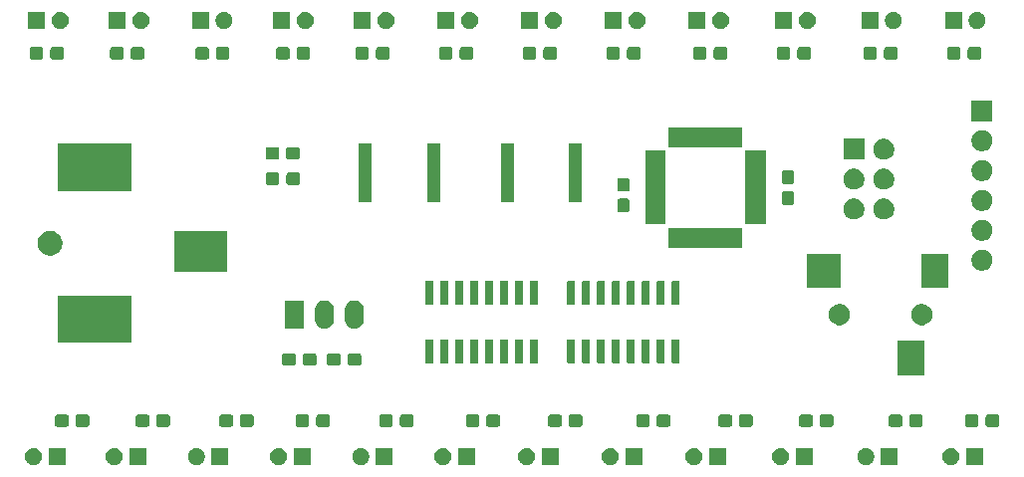
<source format=gbr>
G04 #@! TF.GenerationSoftware,KiCad,Pcbnew,5.1.5-52549c5~84~ubuntu18.04.1*
G04 #@! TF.CreationDate,2019-12-28T22:58:30-05:00*
G04 #@! TF.ProjectId,landfill_board_rev1,6c616e64-6669-46c6-9c5f-626f6172645f,rev?*
G04 #@! TF.SameCoordinates,Original*
G04 #@! TF.FileFunction,Soldermask,Top*
G04 #@! TF.FilePolarity,Negative*
%FSLAX46Y46*%
G04 Gerber Fmt 4.6, Leading zero omitted, Abs format (unit mm)*
G04 Created by KiCad (PCBNEW 5.1.5-52549c5~84~ubuntu18.04.1) date 2019-12-28 22:58:30*
%MOMM*%
%LPD*%
G04 APERTURE LIST*
%ADD10C,0.100000*%
G04 APERTURE END LIST*
D10*
G36*
X188787600Y-107177400D02*
G01*
X187335600Y-107177400D01*
X187335600Y-105725400D01*
X188787600Y-105725400D01*
X188787600Y-107177400D01*
G37*
G36*
X143093366Y-105753299D02*
G01*
X143225488Y-105808026D01*
X143225490Y-105808027D01*
X143344398Y-105887479D01*
X143445521Y-105988602D01*
X143445522Y-105988604D01*
X143524974Y-106107512D01*
X143579701Y-106239634D01*
X143607600Y-106379894D01*
X143607600Y-106522906D01*
X143579701Y-106663166D01*
X143524974Y-106795288D01*
X143524973Y-106795290D01*
X143445521Y-106914198D01*
X143344398Y-107015321D01*
X143225490Y-107094773D01*
X143225489Y-107094774D01*
X143225488Y-107094774D01*
X143093366Y-107149501D01*
X142953106Y-107177400D01*
X142810094Y-107177400D01*
X142669834Y-107149501D01*
X142537712Y-107094774D01*
X142537711Y-107094774D01*
X142537710Y-107094773D01*
X142418802Y-107015321D01*
X142317679Y-106914198D01*
X142238227Y-106795290D01*
X142238226Y-106795288D01*
X142183499Y-106663166D01*
X142155600Y-106522906D01*
X142155600Y-106379894D01*
X142183499Y-106239634D01*
X142238226Y-106107512D01*
X142317678Y-105988604D01*
X142317679Y-105988602D01*
X142418802Y-105887479D01*
X142537710Y-105808027D01*
X142537712Y-105808026D01*
X142669834Y-105753299D01*
X142810094Y-105725400D01*
X142953106Y-105725400D01*
X143093366Y-105753299D01*
G37*
G36*
X179034366Y-105753299D02*
G01*
X179166488Y-105808026D01*
X179166490Y-105808027D01*
X179285398Y-105887479D01*
X179386521Y-105988602D01*
X179386522Y-105988604D01*
X179465974Y-106107512D01*
X179520701Y-106239634D01*
X179548600Y-106379894D01*
X179548600Y-106522906D01*
X179520701Y-106663166D01*
X179465974Y-106795288D01*
X179465973Y-106795290D01*
X179386521Y-106914198D01*
X179285398Y-107015321D01*
X179166490Y-107094773D01*
X179166489Y-107094774D01*
X179166488Y-107094774D01*
X179034366Y-107149501D01*
X178894106Y-107177400D01*
X178751094Y-107177400D01*
X178610834Y-107149501D01*
X178478712Y-107094774D01*
X178478711Y-107094774D01*
X178478710Y-107094773D01*
X178359802Y-107015321D01*
X178258679Y-106914198D01*
X178179227Y-106795290D01*
X178179226Y-106795288D01*
X178124499Y-106663166D01*
X178096600Y-106522906D01*
X178096600Y-106379894D01*
X178124499Y-106239634D01*
X178179226Y-106107512D01*
X178258678Y-105988604D01*
X178258679Y-105988602D01*
X178359802Y-105887479D01*
X178478710Y-105808027D01*
X178478712Y-105808026D01*
X178610834Y-105753299D01*
X178751094Y-105725400D01*
X178894106Y-105725400D01*
X179034366Y-105753299D01*
G37*
G36*
X181548600Y-107177400D02*
G01*
X180096600Y-107177400D01*
X180096600Y-105725400D01*
X181548600Y-105725400D01*
X181548600Y-107177400D01*
G37*
G36*
X171795366Y-105753299D02*
G01*
X171927488Y-105808026D01*
X171927490Y-105808027D01*
X172046398Y-105887479D01*
X172147521Y-105988602D01*
X172147522Y-105988604D01*
X172226974Y-106107512D01*
X172281701Y-106239634D01*
X172309600Y-106379894D01*
X172309600Y-106522906D01*
X172281701Y-106663166D01*
X172226974Y-106795288D01*
X172226973Y-106795290D01*
X172147521Y-106914198D01*
X172046398Y-107015321D01*
X171927490Y-107094773D01*
X171927489Y-107094774D01*
X171927488Y-107094774D01*
X171795366Y-107149501D01*
X171655106Y-107177400D01*
X171512094Y-107177400D01*
X171371834Y-107149501D01*
X171239712Y-107094774D01*
X171239711Y-107094774D01*
X171239710Y-107094773D01*
X171120802Y-107015321D01*
X171019679Y-106914198D01*
X170940227Y-106795290D01*
X170940226Y-106795288D01*
X170885499Y-106663166D01*
X170857600Y-106522906D01*
X170857600Y-106379894D01*
X170885499Y-106239634D01*
X170940226Y-106107512D01*
X171019678Y-105988604D01*
X171019679Y-105988602D01*
X171120802Y-105887479D01*
X171239710Y-105808027D01*
X171239712Y-105808026D01*
X171371834Y-105753299D01*
X171512094Y-105725400D01*
X171655106Y-105725400D01*
X171795366Y-105753299D01*
G37*
G36*
X174309600Y-107177400D02*
G01*
X172857600Y-107177400D01*
X172857600Y-105725400D01*
X174309600Y-105725400D01*
X174309600Y-107177400D01*
G37*
G36*
X164429366Y-105753299D02*
G01*
X164561488Y-105808026D01*
X164561490Y-105808027D01*
X164680398Y-105887479D01*
X164781521Y-105988602D01*
X164781522Y-105988604D01*
X164860974Y-106107512D01*
X164915701Y-106239634D01*
X164943600Y-106379894D01*
X164943600Y-106522906D01*
X164915701Y-106663166D01*
X164860974Y-106795288D01*
X164860973Y-106795290D01*
X164781521Y-106914198D01*
X164680398Y-107015321D01*
X164561490Y-107094773D01*
X164561489Y-107094774D01*
X164561488Y-107094774D01*
X164429366Y-107149501D01*
X164289106Y-107177400D01*
X164146094Y-107177400D01*
X164005834Y-107149501D01*
X163873712Y-107094774D01*
X163873711Y-107094774D01*
X163873710Y-107094773D01*
X163754802Y-107015321D01*
X163653679Y-106914198D01*
X163574227Y-106795290D01*
X163574226Y-106795288D01*
X163519499Y-106663166D01*
X163491600Y-106522906D01*
X163491600Y-106379894D01*
X163519499Y-106239634D01*
X163574226Y-106107512D01*
X163653678Y-105988604D01*
X163653679Y-105988602D01*
X163754802Y-105887479D01*
X163873710Y-105808027D01*
X163873712Y-105808026D01*
X164005834Y-105753299D01*
X164146094Y-105725400D01*
X164289106Y-105725400D01*
X164429366Y-105753299D01*
G37*
G36*
X166943600Y-107177400D02*
G01*
X165491600Y-107177400D01*
X165491600Y-105725400D01*
X166943600Y-105725400D01*
X166943600Y-107177400D01*
G37*
G36*
X157317366Y-105753299D02*
G01*
X157449488Y-105808026D01*
X157449490Y-105808027D01*
X157568398Y-105887479D01*
X157669521Y-105988602D01*
X157669522Y-105988604D01*
X157748974Y-106107512D01*
X157803701Y-106239634D01*
X157831600Y-106379894D01*
X157831600Y-106522906D01*
X157803701Y-106663166D01*
X157748974Y-106795288D01*
X157748973Y-106795290D01*
X157669521Y-106914198D01*
X157568398Y-107015321D01*
X157449490Y-107094773D01*
X157449489Y-107094774D01*
X157449488Y-107094774D01*
X157317366Y-107149501D01*
X157177106Y-107177400D01*
X157034094Y-107177400D01*
X156893834Y-107149501D01*
X156761712Y-107094774D01*
X156761711Y-107094774D01*
X156761710Y-107094773D01*
X156642802Y-107015321D01*
X156541679Y-106914198D01*
X156462227Y-106795290D01*
X156462226Y-106795288D01*
X156407499Y-106663166D01*
X156379600Y-106522906D01*
X156379600Y-106379894D01*
X156407499Y-106239634D01*
X156462226Y-106107512D01*
X156541678Y-105988604D01*
X156541679Y-105988602D01*
X156642802Y-105887479D01*
X156761710Y-105808027D01*
X156761712Y-105808026D01*
X156893834Y-105753299D01*
X157034094Y-105725400D01*
X157177106Y-105725400D01*
X157317366Y-105753299D01*
G37*
G36*
X159831600Y-107177400D02*
G01*
X158379600Y-107177400D01*
X158379600Y-105725400D01*
X159831600Y-105725400D01*
X159831600Y-107177400D01*
G37*
G36*
X150205366Y-105753299D02*
G01*
X150337488Y-105808026D01*
X150337490Y-105808027D01*
X150456398Y-105887479D01*
X150557521Y-105988602D01*
X150557522Y-105988604D01*
X150636974Y-106107512D01*
X150691701Y-106239634D01*
X150719600Y-106379894D01*
X150719600Y-106522906D01*
X150691701Y-106663166D01*
X150636974Y-106795288D01*
X150636973Y-106795290D01*
X150557521Y-106914198D01*
X150456398Y-107015321D01*
X150337490Y-107094773D01*
X150337489Y-107094774D01*
X150337488Y-107094774D01*
X150205366Y-107149501D01*
X150065106Y-107177400D01*
X149922094Y-107177400D01*
X149781834Y-107149501D01*
X149649712Y-107094774D01*
X149649711Y-107094774D01*
X149649710Y-107094773D01*
X149530802Y-107015321D01*
X149429679Y-106914198D01*
X149350227Y-106795290D01*
X149350226Y-106795288D01*
X149295499Y-106663166D01*
X149267600Y-106522906D01*
X149267600Y-106379894D01*
X149295499Y-106239634D01*
X149350226Y-106107512D01*
X149429678Y-105988604D01*
X149429679Y-105988602D01*
X149530802Y-105887479D01*
X149649710Y-105808027D01*
X149649712Y-105808026D01*
X149781834Y-105753299D01*
X149922094Y-105725400D01*
X150065106Y-105725400D01*
X150205366Y-105753299D01*
G37*
G36*
X152719600Y-107177400D02*
G01*
X151267600Y-107177400D01*
X151267600Y-105725400D01*
X152719600Y-105725400D01*
X152719600Y-107177400D01*
G37*
G36*
X186273366Y-105753299D02*
G01*
X186405488Y-105808026D01*
X186405490Y-105808027D01*
X186524398Y-105887479D01*
X186625521Y-105988602D01*
X186625522Y-105988604D01*
X186704974Y-106107512D01*
X186759701Y-106239634D01*
X186787600Y-106379894D01*
X186787600Y-106522906D01*
X186759701Y-106663166D01*
X186704974Y-106795288D01*
X186704973Y-106795290D01*
X186625521Y-106914198D01*
X186524398Y-107015321D01*
X186405490Y-107094773D01*
X186405489Y-107094774D01*
X186405488Y-107094774D01*
X186273366Y-107149501D01*
X186133106Y-107177400D01*
X185990094Y-107177400D01*
X185849834Y-107149501D01*
X185717712Y-107094774D01*
X185717711Y-107094774D01*
X185717710Y-107094773D01*
X185598802Y-107015321D01*
X185497679Y-106914198D01*
X185418227Y-106795290D01*
X185418226Y-106795288D01*
X185363499Y-106663166D01*
X185335600Y-106522906D01*
X185335600Y-106379894D01*
X185363499Y-106239634D01*
X185418226Y-106107512D01*
X185497678Y-105988604D01*
X185497679Y-105988602D01*
X185598802Y-105887479D01*
X185717710Y-105808027D01*
X185717712Y-105808026D01*
X185849834Y-105753299D01*
X185990094Y-105725400D01*
X186133106Y-105725400D01*
X186273366Y-105753299D01*
G37*
G36*
X136108366Y-105753299D02*
G01*
X136240488Y-105808026D01*
X136240490Y-105808027D01*
X136359398Y-105887479D01*
X136460521Y-105988602D01*
X136460522Y-105988604D01*
X136539974Y-106107512D01*
X136594701Y-106239634D01*
X136622600Y-106379894D01*
X136622600Y-106522906D01*
X136594701Y-106663166D01*
X136539974Y-106795288D01*
X136539973Y-106795290D01*
X136460521Y-106914198D01*
X136359398Y-107015321D01*
X136240490Y-107094773D01*
X136240489Y-107094774D01*
X136240488Y-107094774D01*
X136108366Y-107149501D01*
X135968106Y-107177400D01*
X135825094Y-107177400D01*
X135684834Y-107149501D01*
X135552712Y-107094774D01*
X135552711Y-107094774D01*
X135552710Y-107094773D01*
X135433802Y-107015321D01*
X135332679Y-106914198D01*
X135253227Y-106795290D01*
X135253226Y-106795288D01*
X135198499Y-106663166D01*
X135170600Y-106522906D01*
X135170600Y-106379894D01*
X135198499Y-106239634D01*
X135253226Y-106107512D01*
X135332678Y-105988604D01*
X135332679Y-105988602D01*
X135433802Y-105887479D01*
X135552710Y-105808027D01*
X135552712Y-105808026D01*
X135684834Y-105753299D01*
X135825094Y-105725400D01*
X135968106Y-105725400D01*
X136108366Y-105753299D01*
G37*
G36*
X145607600Y-107177400D02*
G01*
X144155600Y-107177400D01*
X144155600Y-105725400D01*
X145607600Y-105725400D01*
X145607600Y-107177400D01*
G37*
G36*
X110809600Y-107177400D02*
G01*
X109357600Y-107177400D01*
X109357600Y-105725400D01*
X110809600Y-105725400D01*
X110809600Y-107177400D01*
G37*
G36*
X108295366Y-105753299D02*
G01*
X108427488Y-105808026D01*
X108427490Y-105808027D01*
X108546398Y-105887479D01*
X108647521Y-105988602D01*
X108647522Y-105988604D01*
X108726974Y-106107512D01*
X108781701Y-106239634D01*
X108809600Y-106379894D01*
X108809600Y-106522906D01*
X108781701Y-106663166D01*
X108726974Y-106795288D01*
X108726973Y-106795290D01*
X108647521Y-106914198D01*
X108546398Y-107015321D01*
X108427490Y-107094773D01*
X108427489Y-107094774D01*
X108427488Y-107094774D01*
X108295366Y-107149501D01*
X108155106Y-107177400D01*
X108012094Y-107177400D01*
X107871834Y-107149501D01*
X107739712Y-107094774D01*
X107739711Y-107094774D01*
X107739710Y-107094773D01*
X107620802Y-107015321D01*
X107519679Y-106914198D01*
X107440227Y-106795290D01*
X107440226Y-106795288D01*
X107385499Y-106663166D01*
X107357600Y-106522906D01*
X107357600Y-106379894D01*
X107385499Y-106239634D01*
X107440226Y-106107512D01*
X107519678Y-105988604D01*
X107519679Y-105988602D01*
X107620802Y-105887479D01*
X107739710Y-105808027D01*
X107739712Y-105808026D01*
X107871834Y-105753299D01*
X108012094Y-105725400D01*
X108155106Y-105725400D01*
X108295366Y-105753299D01*
G37*
G36*
X117667600Y-107177400D02*
G01*
X116215600Y-107177400D01*
X116215600Y-105725400D01*
X117667600Y-105725400D01*
X117667600Y-107177400D01*
G37*
G36*
X115153366Y-105753299D02*
G01*
X115285488Y-105808026D01*
X115285490Y-105808027D01*
X115404398Y-105887479D01*
X115505521Y-105988602D01*
X115505522Y-105988604D01*
X115584974Y-106107512D01*
X115639701Y-106239634D01*
X115667600Y-106379894D01*
X115667600Y-106522906D01*
X115639701Y-106663166D01*
X115584974Y-106795288D01*
X115584973Y-106795290D01*
X115505521Y-106914198D01*
X115404398Y-107015321D01*
X115285490Y-107094773D01*
X115285489Y-107094774D01*
X115285488Y-107094774D01*
X115153366Y-107149501D01*
X115013106Y-107177400D01*
X114870094Y-107177400D01*
X114729834Y-107149501D01*
X114597712Y-107094774D01*
X114597711Y-107094774D01*
X114597710Y-107094773D01*
X114478802Y-107015321D01*
X114377679Y-106914198D01*
X114298227Y-106795290D01*
X114298226Y-106795288D01*
X114243499Y-106663166D01*
X114215600Y-106522906D01*
X114215600Y-106379894D01*
X114243499Y-106239634D01*
X114298226Y-106107512D01*
X114377678Y-105988604D01*
X114377679Y-105988602D01*
X114478802Y-105887479D01*
X114597710Y-105808027D01*
X114597712Y-105808026D01*
X114729834Y-105753299D01*
X114870094Y-105725400D01*
X115013106Y-105725400D01*
X115153366Y-105753299D01*
G37*
G36*
X124652600Y-107177400D02*
G01*
X123200600Y-107177400D01*
X123200600Y-105725400D01*
X124652600Y-105725400D01*
X124652600Y-107177400D01*
G37*
G36*
X122138366Y-105753299D02*
G01*
X122270488Y-105808026D01*
X122270490Y-105808027D01*
X122389398Y-105887479D01*
X122490521Y-105988602D01*
X122490522Y-105988604D01*
X122569974Y-106107512D01*
X122624701Y-106239634D01*
X122652600Y-106379894D01*
X122652600Y-106522906D01*
X122624701Y-106663166D01*
X122569974Y-106795288D01*
X122569973Y-106795290D01*
X122490521Y-106914198D01*
X122389398Y-107015321D01*
X122270490Y-107094773D01*
X122270489Y-107094774D01*
X122270488Y-107094774D01*
X122138366Y-107149501D01*
X121998106Y-107177400D01*
X121855094Y-107177400D01*
X121714834Y-107149501D01*
X121582712Y-107094774D01*
X121582711Y-107094774D01*
X121582710Y-107094773D01*
X121463802Y-107015321D01*
X121362679Y-106914198D01*
X121283227Y-106795290D01*
X121283226Y-106795288D01*
X121228499Y-106663166D01*
X121200600Y-106522906D01*
X121200600Y-106379894D01*
X121228499Y-106239634D01*
X121283226Y-106107512D01*
X121362678Y-105988604D01*
X121362679Y-105988602D01*
X121463802Y-105887479D01*
X121582710Y-105808027D01*
X121582712Y-105808026D01*
X121714834Y-105753299D01*
X121855094Y-105725400D01*
X121998106Y-105725400D01*
X122138366Y-105753299D01*
G37*
G36*
X131637600Y-107177400D02*
G01*
X130185600Y-107177400D01*
X130185600Y-105725400D01*
X131637600Y-105725400D01*
X131637600Y-107177400D01*
G37*
G36*
X129123366Y-105753299D02*
G01*
X129255488Y-105808026D01*
X129255490Y-105808027D01*
X129374398Y-105887479D01*
X129475521Y-105988602D01*
X129475522Y-105988604D01*
X129554974Y-106107512D01*
X129609701Y-106239634D01*
X129637600Y-106379894D01*
X129637600Y-106522906D01*
X129609701Y-106663166D01*
X129554974Y-106795288D01*
X129554973Y-106795290D01*
X129475521Y-106914198D01*
X129374398Y-107015321D01*
X129255490Y-107094773D01*
X129255489Y-107094774D01*
X129255488Y-107094774D01*
X129123366Y-107149501D01*
X128983106Y-107177400D01*
X128840094Y-107177400D01*
X128699834Y-107149501D01*
X128567712Y-107094774D01*
X128567711Y-107094774D01*
X128567710Y-107094773D01*
X128448802Y-107015321D01*
X128347679Y-106914198D01*
X128268227Y-106795290D01*
X128268226Y-106795288D01*
X128213499Y-106663166D01*
X128185600Y-106522906D01*
X128185600Y-106379894D01*
X128213499Y-106239634D01*
X128268226Y-106107512D01*
X128347678Y-105988604D01*
X128347679Y-105988602D01*
X128448802Y-105887479D01*
X128567710Y-105808027D01*
X128567712Y-105808026D01*
X128699834Y-105753299D01*
X128840094Y-105725400D01*
X128983106Y-105725400D01*
X129123366Y-105753299D01*
G37*
G36*
X138622600Y-107177400D02*
G01*
X137170600Y-107177400D01*
X137170600Y-105725400D01*
X138622600Y-105725400D01*
X138622600Y-107177400D01*
G37*
G36*
X162046099Y-102881845D02*
G01*
X162083595Y-102893220D01*
X162118154Y-102911692D01*
X162148447Y-102936553D01*
X162173308Y-102966846D01*
X162191780Y-103001405D01*
X162203155Y-103038901D01*
X162207600Y-103084038D01*
X162207600Y-103722762D01*
X162203155Y-103767899D01*
X162191780Y-103805395D01*
X162173308Y-103839954D01*
X162148447Y-103870247D01*
X162118154Y-103895108D01*
X162083595Y-103913580D01*
X162046099Y-103924955D01*
X162000962Y-103929400D01*
X161262238Y-103929400D01*
X161217101Y-103924955D01*
X161179605Y-103913580D01*
X161145046Y-103895108D01*
X161114753Y-103870247D01*
X161089892Y-103839954D01*
X161071420Y-103805395D01*
X161060045Y-103767899D01*
X161055600Y-103722762D01*
X161055600Y-103084038D01*
X161060045Y-103038901D01*
X161071420Y-103001405D01*
X161089892Y-102966846D01*
X161114753Y-102936553D01*
X161145046Y-102911692D01*
X161179605Y-102893220D01*
X161217101Y-102881845D01*
X161262238Y-102877400D01*
X162000962Y-102877400D01*
X162046099Y-102881845D01*
G37*
G36*
X154567099Y-102881845D02*
G01*
X154604595Y-102893220D01*
X154639154Y-102911692D01*
X154669447Y-102936553D01*
X154694308Y-102966846D01*
X154712780Y-103001405D01*
X154724155Y-103038901D01*
X154728600Y-103084038D01*
X154728600Y-103722762D01*
X154724155Y-103767899D01*
X154712780Y-103805395D01*
X154694308Y-103839954D01*
X154669447Y-103870247D01*
X154639154Y-103895108D01*
X154604595Y-103913580D01*
X154567099Y-103924955D01*
X154521962Y-103929400D01*
X153783238Y-103929400D01*
X153738101Y-103924955D01*
X153700605Y-103913580D01*
X153666046Y-103895108D01*
X153635753Y-103870247D01*
X153610892Y-103839954D01*
X153592420Y-103805395D01*
X153581045Y-103767899D01*
X153576600Y-103722762D01*
X153576600Y-103084038D01*
X153581045Y-103038901D01*
X153592420Y-103001405D01*
X153610892Y-102966846D01*
X153635753Y-102936553D01*
X153666046Y-102911692D01*
X153700605Y-102893220D01*
X153738101Y-102881845D01*
X153783238Y-102877400D01*
X154521962Y-102877400D01*
X154567099Y-102881845D01*
G37*
G36*
X152817099Y-102881845D02*
G01*
X152854595Y-102893220D01*
X152889154Y-102911692D01*
X152919447Y-102936553D01*
X152944308Y-102966846D01*
X152962780Y-103001405D01*
X152974155Y-103038901D01*
X152978600Y-103084038D01*
X152978600Y-103722762D01*
X152974155Y-103767899D01*
X152962780Y-103805395D01*
X152944308Y-103839954D01*
X152919447Y-103870247D01*
X152889154Y-103895108D01*
X152854595Y-103913580D01*
X152817099Y-103924955D01*
X152771962Y-103929400D01*
X152033238Y-103929400D01*
X151988101Y-103924955D01*
X151950605Y-103913580D01*
X151916046Y-103895108D01*
X151885753Y-103870247D01*
X151860892Y-103839954D01*
X151842420Y-103805395D01*
X151831045Y-103767899D01*
X151826600Y-103722762D01*
X151826600Y-103084038D01*
X151831045Y-103038901D01*
X151842420Y-103001405D01*
X151860892Y-102966846D01*
X151885753Y-102936553D01*
X151916046Y-102911692D01*
X151950605Y-102893220D01*
X151988101Y-102881845D01*
X152033238Y-102877400D01*
X152771962Y-102877400D01*
X152817099Y-102881845D01*
G37*
G36*
X145818099Y-102881845D02*
G01*
X145855595Y-102893220D01*
X145890154Y-102911692D01*
X145920447Y-102936553D01*
X145945308Y-102966846D01*
X145963780Y-103001405D01*
X145975155Y-103038901D01*
X145979600Y-103084038D01*
X145979600Y-103722762D01*
X145975155Y-103767899D01*
X145963780Y-103805395D01*
X145945308Y-103839954D01*
X145920447Y-103870247D01*
X145890154Y-103895108D01*
X145855595Y-103913580D01*
X145818099Y-103924955D01*
X145772962Y-103929400D01*
X145034238Y-103929400D01*
X144989101Y-103924955D01*
X144951605Y-103913580D01*
X144917046Y-103895108D01*
X144886753Y-103870247D01*
X144861892Y-103839954D01*
X144843420Y-103805395D01*
X144832045Y-103767899D01*
X144827600Y-103722762D01*
X144827600Y-103084038D01*
X144832045Y-103038901D01*
X144843420Y-103001405D01*
X144861892Y-102966846D01*
X144886753Y-102936553D01*
X144917046Y-102911692D01*
X144951605Y-102893220D01*
X144989101Y-102881845D01*
X145034238Y-102877400D01*
X145772962Y-102877400D01*
X145818099Y-102881845D01*
G37*
G36*
X147568099Y-102881845D02*
G01*
X147605595Y-102893220D01*
X147640154Y-102911692D01*
X147670447Y-102936553D01*
X147695308Y-102966846D01*
X147713780Y-103001405D01*
X147725155Y-103038901D01*
X147729600Y-103084038D01*
X147729600Y-103722762D01*
X147725155Y-103767899D01*
X147713780Y-103805395D01*
X147695308Y-103839954D01*
X147670447Y-103870247D01*
X147640154Y-103895108D01*
X147605595Y-103913580D01*
X147568099Y-103924955D01*
X147522962Y-103929400D01*
X146784238Y-103929400D01*
X146739101Y-103924955D01*
X146701605Y-103913580D01*
X146667046Y-103895108D01*
X146636753Y-103870247D01*
X146611892Y-103839954D01*
X146593420Y-103805395D01*
X146582045Y-103767899D01*
X146577600Y-103722762D01*
X146577600Y-103084038D01*
X146582045Y-103038901D01*
X146593420Y-103001405D01*
X146611892Y-102966846D01*
X146636753Y-102936553D01*
X146667046Y-102911692D01*
X146701605Y-102893220D01*
X146739101Y-102881845D01*
X146784238Y-102877400D01*
X147522962Y-102877400D01*
X147568099Y-102881845D01*
G37*
G36*
X140216099Y-102881845D02*
G01*
X140253595Y-102893220D01*
X140288154Y-102911692D01*
X140318447Y-102936553D01*
X140343308Y-102966846D01*
X140361780Y-103001405D01*
X140373155Y-103038901D01*
X140377600Y-103084038D01*
X140377600Y-103722762D01*
X140373155Y-103767899D01*
X140361780Y-103805395D01*
X140343308Y-103839954D01*
X140318447Y-103870247D01*
X140288154Y-103895108D01*
X140253595Y-103913580D01*
X140216099Y-103924955D01*
X140170962Y-103929400D01*
X139432238Y-103929400D01*
X139387101Y-103924955D01*
X139349605Y-103913580D01*
X139315046Y-103895108D01*
X139284753Y-103870247D01*
X139259892Y-103839954D01*
X139241420Y-103805395D01*
X139230045Y-103767899D01*
X139225600Y-103722762D01*
X139225600Y-103084038D01*
X139230045Y-103038901D01*
X139241420Y-103001405D01*
X139259892Y-102966846D01*
X139284753Y-102936553D01*
X139315046Y-102911692D01*
X139349605Y-102893220D01*
X139387101Y-102881845D01*
X139432238Y-102877400D01*
X140170962Y-102877400D01*
X140216099Y-102881845D01*
G37*
G36*
X131354099Y-102881845D02*
G01*
X131391595Y-102893220D01*
X131426154Y-102911692D01*
X131456447Y-102936553D01*
X131481308Y-102966846D01*
X131499780Y-103001405D01*
X131511155Y-103038901D01*
X131515600Y-103084038D01*
X131515600Y-103722762D01*
X131511155Y-103767899D01*
X131499780Y-103805395D01*
X131481308Y-103839954D01*
X131456447Y-103870247D01*
X131426154Y-103895108D01*
X131391595Y-103913580D01*
X131354099Y-103924955D01*
X131308962Y-103929400D01*
X130570238Y-103929400D01*
X130525101Y-103924955D01*
X130487605Y-103913580D01*
X130453046Y-103895108D01*
X130422753Y-103870247D01*
X130397892Y-103839954D01*
X130379420Y-103805395D01*
X130368045Y-103767899D01*
X130363600Y-103722762D01*
X130363600Y-103084038D01*
X130368045Y-103038901D01*
X130379420Y-103001405D01*
X130397892Y-102966846D01*
X130422753Y-102936553D01*
X130453046Y-102911692D01*
X130487605Y-102893220D01*
X130525101Y-102881845D01*
X130570238Y-102877400D01*
X131308962Y-102877400D01*
X131354099Y-102881845D01*
G37*
G36*
X133104099Y-102881845D02*
G01*
X133141595Y-102893220D01*
X133176154Y-102911692D01*
X133206447Y-102936553D01*
X133231308Y-102966846D01*
X133249780Y-103001405D01*
X133261155Y-103038901D01*
X133265600Y-103084038D01*
X133265600Y-103722762D01*
X133261155Y-103767899D01*
X133249780Y-103805395D01*
X133231308Y-103839954D01*
X133206447Y-103870247D01*
X133176154Y-103895108D01*
X133141595Y-103913580D01*
X133104099Y-103924955D01*
X133058962Y-103929400D01*
X132320238Y-103929400D01*
X132275101Y-103924955D01*
X132237605Y-103913580D01*
X132203046Y-103895108D01*
X132172753Y-103870247D01*
X132147892Y-103839954D01*
X132129420Y-103805395D01*
X132118045Y-103767899D01*
X132113600Y-103722762D01*
X132113600Y-103084038D01*
X132118045Y-103038901D01*
X132129420Y-103001405D01*
X132147892Y-102966846D01*
X132172753Y-102936553D01*
X132203046Y-102911692D01*
X132237605Y-102893220D01*
X132275101Y-102881845D01*
X132320238Y-102877400D01*
X133058962Y-102877400D01*
X133104099Y-102881845D01*
G37*
G36*
X124877099Y-102881845D02*
G01*
X124914595Y-102893220D01*
X124949154Y-102911692D01*
X124979447Y-102936553D01*
X125004308Y-102966846D01*
X125022780Y-103001405D01*
X125034155Y-103038901D01*
X125038600Y-103084038D01*
X125038600Y-103722762D01*
X125034155Y-103767899D01*
X125022780Y-103805395D01*
X125004308Y-103839954D01*
X124979447Y-103870247D01*
X124949154Y-103895108D01*
X124914595Y-103913580D01*
X124877099Y-103924955D01*
X124831962Y-103929400D01*
X124093238Y-103929400D01*
X124048101Y-103924955D01*
X124010605Y-103913580D01*
X123976046Y-103895108D01*
X123945753Y-103870247D01*
X123920892Y-103839954D01*
X123902420Y-103805395D01*
X123891045Y-103767899D01*
X123886600Y-103722762D01*
X123886600Y-103084038D01*
X123891045Y-103038901D01*
X123902420Y-103001405D01*
X123920892Y-102966846D01*
X123945753Y-102936553D01*
X123976046Y-102911692D01*
X124010605Y-102893220D01*
X124048101Y-102881845D01*
X124093238Y-102877400D01*
X124831962Y-102877400D01*
X124877099Y-102881845D01*
G37*
G36*
X126627099Y-102881845D02*
G01*
X126664595Y-102893220D01*
X126699154Y-102911692D01*
X126729447Y-102936553D01*
X126754308Y-102966846D01*
X126772780Y-103001405D01*
X126784155Y-103038901D01*
X126788600Y-103084038D01*
X126788600Y-103722762D01*
X126784155Y-103767899D01*
X126772780Y-103805395D01*
X126754308Y-103839954D01*
X126729447Y-103870247D01*
X126699154Y-103895108D01*
X126664595Y-103913580D01*
X126627099Y-103924955D01*
X126581962Y-103929400D01*
X125843238Y-103929400D01*
X125798101Y-103924955D01*
X125760605Y-103913580D01*
X125726046Y-103895108D01*
X125695753Y-103870247D01*
X125670892Y-103839954D01*
X125652420Y-103805395D01*
X125641045Y-103767899D01*
X125636600Y-103722762D01*
X125636600Y-103084038D01*
X125641045Y-103038901D01*
X125652420Y-103001405D01*
X125670892Y-102966846D01*
X125695753Y-102936553D01*
X125726046Y-102911692D01*
X125760605Y-102893220D01*
X125798101Y-102881845D01*
X125843238Y-102877400D01*
X126581962Y-102877400D01*
X126627099Y-102881845D01*
G37*
G36*
X117765099Y-102881845D02*
G01*
X117802595Y-102893220D01*
X117837154Y-102911692D01*
X117867447Y-102936553D01*
X117892308Y-102966846D01*
X117910780Y-103001405D01*
X117922155Y-103038901D01*
X117926600Y-103084038D01*
X117926600Y-103722762D01*
X117922155Y-103767899D01*
X117910780Y-103805395D01*
X117892308Y-103839954D01*
X117867447Y-103870247D01*
X117837154Y-103895108D01*
X117802595Y-103913580D01*
X117765099Y-103924955D01*
X117719962Y-103929400D01*
X116981238Y-103929400D01*
X116936101Y-103924955D01*
X116898605Y-103913580D01*
X116864046Y-103895108D01*
X116833753Y-103870247D01*
X116808892Y-103839954D01*
X116790420Y-103805395D01*
X116779045Y-103767899D01*
X116774600Y-103722762D01*
X116774600Y-103084038D01*
X116779045Y-103038901D01*
X116790420Y-103001405D01*
X116808892Y-102966846D01*
X116833753Y-102936553D01*
X116864046Y-102911692D01*
X116898605Y-102893220D01*
X116936101Y-102881845D01*
X116981238Y-102877400D01*
X117719962Y-102877400D01*
X117765099Y-102881845D01*
G37*
G36*
X138466099Y-102881845D02*
G01*
X138503595Y-102893220D01*
X138538154Y-102911692D01*
X138568447Y-102936553D01*
X138593308Y-102966846D01*
X138611780Y-103001405D01*
X138623155Y-103038901D01*
X138627600Y-103084038D01*
X138627600Y-103722762D01*
X138623155Y-103767899D01*
X138611780Y-103805395D01*
X138593308Y-103839954D01*
X138568447Y-103870247D01*
X138538154Y-103895108D01*
X138503595Y-103913580D01*
X138466099Y-103924955D01*
X138420962Y-103929400D01*
X137682238Y-103929400D01*
X137637101Y-103924955D01*
X137599605Y-103913580D01*
X137565046Y-103895108D01*
X137534753Y-103870247D01*
X137509892Y-103839954D01*
X137491420Y-103805395D01*
X137480045Y-103767899D01*
X137475600Y-103722762D01*
X137475600Y-103084038D01*
X137480045Y-103038901D01*
X137491420Y-103001405D01*
X137509892Y-102966846D01*
X137534753Y-102936553D01*
X137565046Y-102911692D01*
X137599605Y-102893220D01*
X137637101Y-102881845D01*
X137682238Y-102877400D01*
X138420962Y-102877400D01*
X138466099Y-102881845D01*
G37*
G36*
X169045099Y-102881845D02*
G01*
X169082595Y-102893220D01*
X169117154Y-102911692D01*
X169147447Y-102936553D01*
X169172308Y-102966846D01*
X169190780Y-103001405D01*
X169202155Y-103038901D01*
X169206600Y-103084038D01*
X169206600Y-103722762D01*
X169202155Y-103767899D01*
X169190780Y-103805395D01*
X169172308Y-103839954D01*
X169147447Y-103870247D01*
X169117154Y-103895108D01*
X169082595Y-103913580D01*
X169045099Y-103924955D01*
X168999962Y-103929400D01*
X168261238Y-103929400D01*
X168216101Y-103924955D01*
X168178605Y-103913580D01*
X168144046Y-103895108D01*
X168113753Y-103870247D01*
X168088892Y-103839954D01*
X168070420Y-103805395D01*
X168059045Y-103767899D01*
X168054600Y-103722762D01*
X168054600Y-103084038D01*
X168059045Y-103038901D01*
X168070420Y-103001405D01*
X168088892Y-102966846D01*
X168113753Y-102936553D01*
X168144046Y-102911692D01*
X168178605Y-102893220D01*
X168216101Y-102881845D01*
X168261238Y-102877400D01*
X168999962Y-102877400D01*
X169045099Y-102881845D01*
G37*
G36*
X174153099Y-102881845D02*
G01*
X174190595Y-102893220D01*
X174225154Y-102911692D01*
X174255447Y-102936553D01*
X174280308Y-102966846D01*
X174298780Y-103001405D01*
X174310155Y-103038901D01*
X174314600Y-103084038D01*
X174314600Y-103722762D01*
X174310155Y-103767899D01*
X174298780Y-103805395D01*
X174280308Y-103839954D01*
X174255447Y-103870247D01*
X174225154Y-103895108D01*
X174190595Y-103913580D01*
X174153099Y-103924955D01*
X174107962Y-103929400D01*
X173369238Y-103929400D01*
X173324101Y-103924955D01*
X173286605Y-103913580D01*
X173252046Y-103895108D01*
X173221753Y-103870247D01*
X173196892Y-103839954D01*
X173178420Y-103805395D01*
X173167045Y-103767899D01*
X173162600Y-103722762D01*
X173162600Y-103084038D01*
X173167045Y-103038901D01*
X173178420Y-103001405D01*
X173196892Y-102966846D01*
X173221753Y-102936553D01*
X173252046Y-102911692D01*
X173286605Y-102893220D01*
X173324101Y-102881845D01*
X173369238Y-102877400D01*
X174107962Y-102877400D01*
X174153099Y-102881845D01*
G37*
G36*
X175903099Y-102881845D02*
G01*
X175940595Y-102893220D01*
X175975154Y-102911692D01*
X176005447Y-102936553D01*
X176030308Y-102966846D01*
X176048780Y-103001405D01*
X176060155Y-103038901D01*
X176064600Y-103084038D01*
X176064600Y-103722762D01*
X176060155Y-103767899D01*
X176048780Y-103805395D01*
X176030308Y-103839954D01*
X176005447Y-103870247D01*
X175975154Y-103895108D01*
X175940595Y-103913580D01*
X175903099Y-103924955D01*
X175857962Y-103929400D01*
X175119238Y-103929400D01*
X175074101Y-103924955D01*
X175036605Y-103913580D01*
X175002046Y-103895108D01*
X174971753Y-103870247D01*
X174946892Y-103839954D01*
X174928420Y-103805395D01*
X174917045Y-103767899D01*
X174912600Y-103722762D01*
X174912600Y-103084038D01*
X174917045Y-103038901D01*
X174928420Y-103001405D01*
X174946892Y-102966846D01*
X174971753Y-102936553D01*
X175002046Y-102911692D01*
X175036605Y-102893220D01*
X175074101Y-102881845D01*
X175119238Y-102877400D01*
X175857962Y-102877400D01*
X175903099Y-102881845D01*
G37*
G36*
X181759099Y-102881845D02*
G01*
X181796595Y-102893220D01*
X181831154Y-102911692D01*
X181861447Y-102936553D01*
X181886308Y-102966846D01*
X181904780Y-103001405D01*
X181916155Y-103038901D01*
X181920600Y-103084038D01*
X181920600Y-103722762D01*
X181916155Y-103767899D01*
X181904780Y-103805395D01*
X181886308Y-103839954D01*
X181861447Y-103870247D01*
X181831154Y-103895108D01*
X181796595Y-103913580D01*
X181759099Y-103924955D01*
X181713962Y-103929400D01*
X180975238Y-103929400D01*
X180930101Y-103924955D01*
X180892605Y-103913580D01*
X180858046Y-103895108D01*
X180827753Y-103870247D01*
X180802892Y-103839954D01*
X180784420Y-103805395D01*
X180773045Y-103767899D01*
X180768600Y-103722762D01*
X180768600Y-103084038D01*
X180773045Y-103038901D01*
X180784420Y-103001405D01*
X180802892Y-102966846D01*
X180827753Y-102936553D01*
X180858046Y-102911692D01*
X180892605Y-102893220D01*
X180930101Y-102881845D01*
X180975238Y-102877400D01*
X181713962Y-102877400D01*
X181759099Y-102881845D01*
G37*
G36*
X119515099Y-102881845D02*
G01*
X119552595Y-102893220D01*
X119587154Y-102911692D01*
X119617447Y-102936553D01*
X119642308Y-102966846D01*
X119660780Y-103001405D01*
X119672155Y-103038901D01*
X119676600Y-103084038D01*
X119676600Y-103722762D01*
X119672155Y-103767899D01*
X119660780Y-103805395D01*
X119642308Y-103839954D01*
X119617447Y-103870247D01*
X119587154Y-103895108D01*
X119552595Y-103913580D01*
X119515099Y-103924955D01*
X119469962Y-103929400D01*
X118731238Y-103929400D01*
X118686101Y-103924955D01*
X118648605Y-103913580D01*
X118614046Y-103895108D01*
X118583753Y-103870247D01*
X118558892Y-103839954D01*
X118540420Y-103805395D01*
X118529045Y-103767899D01*
X118524600Y-103722762D01*
X118524600Y-103084038D01*
X118529045Y-103038901D01*
X118540420Y-103001405D01*
X118558892Y-102966846D01*
X118583753Y-102936553D01*
X118614046Y-102911692D01*
X118648605Y-102893220D01*
X118686101Y-102881845D01*
X118731238Y-102877400D01*
X119469962Y-102877400D01*
X119515099Y-102881845D01*
G37*
G36*
X190000099Y-102881845D02*
G01*
X190037595Y-102893220D01*
X190072154Y-102911692D01*
X190102447Y-102936553D01*
X190127308Y-102966846D01*
X190145780Y-103001405D01*
X190157155Y-103038901D01*
X190161600Y-103084038D01*
X190161600Y-103722762D01*
X190157155Y-103767899D01*
X190145780Y-103805395D01*
X190127308Y-103839954D01*
X190102447Y-103870247D01*
X190072154Y-103895108D01*
X190037595Y-103913580D01*
X190000099Y-103924955D01*
X189954962Y-103929400D01*
X189216238Y-103929400D01*
X189171101Y-103924955D01*
X189133605Y-103913580D01*
X189099046Y-103895108D01*
X189068753Y-103870247D01*
X189043892Y-103839954D01*
X189025420Y-103805395D01*
X189014045Y-103767899D01*
X189009600Y-103722762D01*
X189009600Y-103084038D01*
X189014045Y-103038901D01*
X189025420Y-103001405D01*
X189043892Y-102966846D01*
X189068753Y-102936553D01*
X189099046Y-102911692D01*
X189133605Y-102893220D01*
X189171101Y-102881845D01*
X189216238Y-102877400D01*
X189954962Y-102877400D01*
X190000099Y-102881845D01*
G37*
G36*
X188250099Y-102881845D02*
G01*
X188287595Y-102893220D01*
X188322154Y-102911692D01*
X188352447Y-102936553D01*
X188377308Y-102966846D01*
X188395780Y-103001405D01*
X188407155Y-103038901D01*
X188411600Y-103084038D01*
X188411600Y-103722762D01*
X188407155Y-103767899D01*
X188395780Y-103805395D01*
X188377308Y-103839954D01*
X188352447Y-103870247D01*
X188322154Y-103895108D01*
X188287595Y-103913580D01*
X188250099Y-103924955D01*
X188204962Y-103929400D01*
X187466238Y-103929400D01*
X187421101Y-103924955D01*
X187383605Y-103913580D01*
X187349046Y-103895108D01*
X187318753Y-103870247D01*
X187293892Y-103839954D01*
X187275420Y-103805395D01*
X187264045Y-103767899D01*
X187259600Y-103722762D01*
X187259600Y-103084038D01*
X187264045Y-103038901D01*
X187275420Y-103001405D01*
X187293892Y-102966846D01*
X187318753Y-102936553D01*
X187349046Y-102911692D01*
X187383605Y-102893220D01*
X187421101Y-102881845D01*
X187466238Y-102877400D01*
X188204962Y-102877400D01*
X188250099Y-102881845D01*
G37*
G36*
X183509099Y-102881845D02*
G01*
X183546595Y-102893220D01*
X183581154Y-102911692D01*
X183611447Y-102936553D01*
X183636308Y-102966846D01*
X183654780Y-103001405D01*
X183666155Y-103038901D01*
X183670600Y-103084038D01*
X183670600Y-103722762D01*
X183666155Y-103767899D01*
X183654780Y-103805395D01*
X183636308Y-103839954D01*
X183611447Y-103870247D01*
X183581154Y-103895108D01*
X183546595Y-103913580D01*
X183509099Y-103924955D01*
X183463962Y-103929400D01*
X182725238Y-103929400D01*
X182680101Y-103924955D01*
X182642605Y-103913580D01*
X182608046Y-103895108D01*
X182577753Y-103870247D01*
X182552892Y-103839954D01*
X182534420Y-103805395D01*
X182523045Y-103767899D01*
X182518600Y-103722762D01*
X182518600Y-103084038D01*
X182523045Y-103038901D01*
X182534420Y-103001405D01*
X182552892Y-102966846D01*
X182577753Y-102936553D01*
X182608046Y-102911692D01*
X182642605Y-102893220D01*
X182680101Y-102881845D01*
X182725238Y-102877400D01*
X183463962Y-102877400D01*
X183509099Y-102881845D01*
G37*
G36*
X160296099Y-102881845D02*
G01*
X160333595Y-102893220D01*
X160368154Y-102911692D01*
X160398447Y-102936553D01*
X160423308Y-102966846D01*
X160441780Y-103001405D01*
X160453155Y-103038901D01*
X160457600Y-103084038D01*
X160457600Y-103722762D01*
X160453155Y-103767899D01*
X160441780Y-103805395D01*
X160423308Y-103839954D01*
X160398447Y-103870247D01*
X160368154Y-103895108D01*
X160333595Y-103913580D01*
X160296099Y-103924955D01*
X160250962Y-103929400D01*
X159512238Y-103929400D01*
X159467101Y-103924955D01*
X159429605Y-103913580D01*
X159395046Y-103895108D01*
X159364753Y-103870247D01*
X159339892Y-103839954D01*
X159321420Y-103805395D01*
X159310045Y-103767899D01*
X159305600Y-103722762D01*
X159305600Y-103084038D01*
X159310045Y-103038901D01*
X159321420Y-103001405D01*
X159339892Y-102966846D01*
X159364753Y-102936553D01*
X159395046Y-102911692D01*
X159429605Y-102893220D01*
X159467101Y-102881845D01*
X159512238Y-102877400D01*
X160250962Y-102877400D01*
X160296099Y-102881845D01*
G37*
G36*
X110907099Y-102881845D02*
G01*
X110944595Y-102893220D01*
X110979154Y-102911692D01*
X111009447Y-102936553D01*
X111034308Y-102966846D01*
X111052780Y-103001405D01*
X111064155Y-103038901D01*
X111068600Y-103084038D01*
X111068600Y-103722762D01*
X111064155Y-103767899D01*
X111052780Y-103805395D01*
X111034308Y-103839954D01*
X111009447Y-103870247D01*
X110979154Y-103895108D01*
X110944595Y-103913580D01*
X110907099Y-103924955D01*
X110861962Y-103929400D01*
X110123238Y-103929400D01*
X110078101Y-103924955D01*
X110040605Y-103913580D01*
X110006046Y-103895108D01*
X109975753Y-103870247D01*
X109950892Y-103839954D01*
X109932420Y-103805395D01*
X109921045Y-103767899D01*
X109916600Y-103722762D01*
X109916600Y-103084038D01*
X109921045Y-103038901D01*
X109932420Y-103001405D01*
X109950892Y-102966846D01*
X109975753Y-102936553D01*
X110006046Y-102911692D01*
X110040605Y-102893220D01*
X110078101Y-102881845D01*
X110123238Y-102877400D01*
X110861962Y-102877400D01*
X110907099Y-102881845D01*
G37*
G36*
X112657099Y-102881845D02*
G01*
X112694595Y-102893220D01*
X112729154Y-102911692D01*
X112759447Y-102936553D01*
X112784308Y-102966846D01*
X112802780Y-103001405D01*
X112814155Y-103038901D01*
X112818600Y-103084038D01*
X112818600Y-103722762D01*
X112814155Y-103767899D01*
X112802780Y-103805395D01*
X112784308Y-103839954D01*
X112759447Y-103870247D01*
X112729154Y-103895108D01*
X112694595Y-103913580D01*
X112657099Y-103924955D01*
X112611962Y-103929400D01*
X111873238Y-103929400D01*
X111828101Y-103924955D01*
X111790605Y-103913580D01*
X111756046Y-103895108D01*
X111725753Y-103870247D01*
X111700892Y-103839954D01*
X111682420Y-103805395D01*
X111671045Y-103767899D01*
X111666600Y-103722762D01*
X111666600Y-103084038D01*
X111671045Y-103038901D01*
X111682420Y-103001405D01*
X111700892Y-102966846D01*
X111725753Y-102936553D01*
X111756046Y-102911692D01*
X111790605Y-102893220D01*
X111828101Y-102881845D01*
X111873238Y-102877400D01*
X112611962Y-102877400D01*
X112657099Y-102881845D01*
G37*
G36*
X167295099Y-102881845D02*
G01*
X167332595Y-102893220D01*
X167367154Y-102911692D01*
X167397447Y-102936553D01*
X167422308Y-102966846D01*
X167440780Y-103001405D01*
X167452155Y-103038901D01*
X167456600Y-103084038D01*
X167456600Y-103722762D01*
X167452155Y-103767899D01*
X167440780Y-103805395D01*
X167422308Y-103839954D01*
X167397447Y-103870247D01*
X167367154Y-103895108D01*
X167332595Y-103913580D01*
X167295099Y-103924955D01*
X167249962Y-103929400D01*
X166511238Y-103929400D01*
X166466101Y-103924955D01*
X166428605Y-103913580D01*
X166394046Y-103895108D01*
X166363753Y-103870247D01*
X166338892Y-103839954D01*
X166320420Y-103805395D01*
X166309045Y-103767899D01*
X166304600Y-103722762D01*
X166304600Y-103084038D01*
X166309045Y-103038901D01*
X166320420Y-103001405D01*
X166338892Y-102966846D01*
X166363753Y-102936553D01*
X166394046Y-102911692D01*
X166428605Y-102893220D01*
X166466101Y-102881845D01*
X166511238Y-102877400D01*
X167249962Y-102877400D01*
X167295099Y-102881845D01*
G37*
G36*
X183827600Y-99537400D02*
G01*
X181525600Y-99537400D01*
X181525600Y-96635400D01*
X183827600Y-96635400D01*
X183827600Y-99537400D01*
G37*
G36*
X135771099Y-97674845D02*
G01*
X135808595Y-97686220D01*
X135843154Y-97704692D01*
X135873447Y-97729553D01*
X135898308Y-97759846D01*
X135916780Y-97794405D01*
X135928155Y-97831901D01*
X135932600Y-97877038D01*
X135932600Y-98515762D01*
X135928155Y-98560899D01*
X135916780Y-98598395D01*
X135898308Y-98632954D01*
X135873447Y-98663247D01*
X135843154Y-98688108D01*
X135808595Y-98706580D01*
X135771099Y-98717955D01*
X135725962Y-98722400D01*
X134987238Y-98722400D01*
X134942101Y-98717955D01*
X134904605Y-98706580D01*
X134870046Y-98688108D01*
X134839753Y-98663247D01*
X134814892Y-98632954D01*
X134796420Y-98598395D01*
X134785045Y-98560899D01*
X134780600Y-98515762D01*
X134780600Y-97877038D01*
X134785045Y-97831901D01*
X134796420Y-97794405D01*
X134814892Y-97759846D01*
X134839753Y-97729553D01*
X134870046Y-97704692D01*
X134904605Y-97686220D01*
X134942101Y-97674845D01*
X134987238Y-97670400D01*
X135725962Y-97670400D01*
X135771099Y-97674845D01*
G37*
G36*
X134021099Y-97674845D02*
G01*
X134058595Y-97686220D01*
X134093154Y-97704692D01*
X134123447Y-97729553D01*
X134148308Y-97759846D01*
X134166780Y-97794405D01*
X134178155Y-97831901D01*
X134182600Y-97877038D01*
X134182600Y-98515762D01*
X134178155Y-98560899D01*
X134166780Y-98598395D01*
X134148308Y-98632954D01*
X134123447Y-98663247D01*
X134093154Y-98688108D01*
X134058595Y-98706580D01*
X134021099Y-98717955D01*
X133975962Y-98722400D01*
X133237238Y-98722400D01*
X133192101Y-98717955D01*
X133154605Y-98706580D01*
X133120046Y-98688108D01*
X133089753Y-98663247D01*
X133064892Y-98632954D01*
X133046420Y-98598395D01*
X133035045Y-98560899D01*
X133030600Y-98515762D01*
X133030600Y-97877038D01*
X133035045Y-97831901D01*
X133046420Y-97794405D01*
X133064892Y-97759846D01*
X133089753Y-97729553D01*
X133120046Y-97704692D01*
X133154605Y-97686220D01*
X133192101Y-97674845D01*
X133237238Y-97670400D01*
X133975962Y-97670400D01*
X134021099Y-97674845D01*
G37*
G36*
X131961099Y-97674845D02*
G01*
X131998595Y-97686220D01*
X132033154Y-97704692D01*
X132063447Y-97729553D01*
X132088308Y-97759846D01*
X132106780Y-97794405D01*
X132118155Y-97831901D01*
X132122600Y-97877038D01*
X132122600Y-98515762D01*
X132118155Y-98560899D01*
X132106780Y-98598395D01*
X132088308Y-98632954D01*
X132063447Y-98663247D01*
X132033154Y-98688108D01*
X131998595Y-98706580D01*
X131961099Y-98717955D01*
X131915962Y-98722400D01*
X131177238Y-98722400D01*
X131132101Y-98717955D01*
X131094605Y-98706580D01*
X131060046Y-98688108D01*
X131029753Y-98663247D01*
X131004892Y-98632954D01*
X130986420Y-98598395D01*
X130975045Y-98560899D01*
X130970600Y-98515762D01*
X130970600Y-97877038D01*
X130975045Y-97831901D01*
X130986420Y-97794405D01*
X131004892Y-97759846D01*
X131029753Y-97729553D01*
X131060046Y-97704692D01*
X131094605Y-97686220D01*
X131132101Y-97674845D01*
X131177238Y-97670400D01*
X131915962Y-97670400D01*
X131961099Y-97674845D01*
G37*
G36*
X130211099Y-97674845D02*
G01*
X130248595Y-97686220D01*
X130283154Y-97704692D01*
X130313447Y-97729553D01*
X130338308Y-97759846D01*
X130356780Y-97794405D01*
X130368155Y-97831901D01*
X130372600Y-97877038D01*
X130372600Y-98515762D01*
X130368155Y-98560899D01*
X130356780Y-98598395D01*
X130338308Y-98632954D01*
X130313447Y-98663247D01*
X130283154Y-98688108D01*
X130248595Y-98706580D01*
X130211099Y-98717955D01*
X130165962Y-98722400D01*
X129427238Y-98722400D01*
X129382101Y-98717955D01*
X129344605Y-98706580D01*
X129310046Y-98688108D01*
X129279753Y-98663247D01*
X129254892Y-98632954D01*
X129236420Y-98598395D01*
X129225045Y-98560899D01*
X129220600Y-98515762D01*
X129220600Y-97877038D01*
X129225045Y-97831901D01*
X129236420Y-97794405D01*
X129254892Y-97759846D01*
X129279753Y-97729553D01*
X129310046Y-97704692D01*
X129344605Y-97686220D01*
X129382101Y-97674845D01*
X129427238Y-97670400D01*
X130165962Y-97670400D01*
X130211099Y-97674845D01*
G37*
G36*
X154031528Y-96473164D02*
G01*
X154052609Y-96479560D01*
X154072045Y-96489948D01*
X154089076Y-96503924D01*
X154103052Y-96520955D01*
X154113440Y-96540391D01*
X154119836Y-96561472D01*
X154122600Y-96589540D01*
X154122600Y-98403260D01*
X154119836Y-98431328D01*
X154113440Y-98452409D01*
X154103052Y-98471845D01*
X154089076Y-98488876D01*
X154072045Y-98502852D01*
X154052609Y-98513240D01*
X154031528Y-98519636D01*
X154003460Y-98522400D01*
X153539740Y-98522400D01*
X153511672Y-98519636D01*
X153490591Y-98513240D01*
X153471155Y-98502852D01*
X153454124Y-98488876D01*
X153440148Y-98471845D01*
X153429760Y-98452409D01*
X153423364Y-98431328D01*
X153420600Y-98403260D01*
X153420600Y-96589540D01*
X153423364Y-96561472D01*
X153429760Y-96540391D01*
X153440148Y-96520955D01*
X153454124Y-96503924D01*
X153471155Y-96489948D01*
X153490591Y-96479560D01*
X153511672Y-96473164D01*
X153539740Y-96470400D01*
X154003460Y-96470400D01*
X154031528Y-96473164D01*
G37*
G36*
X157841528Y-96473164D02*
G01*
X157862609Y-96479560D01*
X157882045Y-96489948D01*
X157899076Y-96503924D01*
X157913052Y-96520955D01*
X157923440Y-96540391D01*
X157929836Y-96561472D01*
X157932600Y-96589540D01*
X157932600Y-98403260D01*
X157929836Y-98431328D01*
X157923440Y-98452409D01*
X157913052Y-98471845D01*
X157899076Y-98488876D01*
X157882045Y-98502852D01*
X157862609Y-98513240D01*
X157841528Y-98519636D01*
X157813460Y-98522400D01*
X157349740Y-98522400D01*
X157321672Y-98519636D01*
X157300591Y-98513240D01*
X157281155Y-98502852D01*
X157264124Y-98488876D01*
X157250148Y-98471845D01*
X157239760Y-98452409D01*
X157233364Y-98431328D01*
X157230600Y-98403260D01*
X157230600Y-96589540D01*
X157233364Y-96561472D01*
X157239760Y-96540391D01*
X157250148Y-96520955D01*
X157264124Y-96503924D01*
X157281155Y-96489948D01*
X157300591Y-96479560D01*
X157321672Y-96473164D01*
X157349740Y-96470400D01*
X157813460Y-96470400D01*
X157841528Y-96473164D01*
G37*
G36*
X155301528Y-96473164D02*
G01*
X155322609Y-96479560D01*
X155342045Y-96489948D01*
X155359076Y-96503924D01*
X155373052Y-96520955D01*
X155383440Y-96540391D01*
X155389836Y-96561472D01*
X155392600Y-96589540D01*
X155392600Y-98403260D01*
X155389836Y-98431328D01*
X155383440Y-98452409D01*
X155373052Y-98471845D01*
X155359076Y-98488876D01*
X155342045Y-98502852D01*
X155322609Y-98513240D01*
X155301528Y-98519636D01*
X155273460Y-98522400D01*
X154809740Y-98522400D01*
X154781672Y-98519636D01*
X154760591Y-98513240D01*
X154741155Y-98502852D01*
X154724124Y-98488876D01*
X154710148Y-98471845D01*
X154699760Y-98452409D01*
X154693364Y-98431328D01*
X154690600Y-98403260D01*
X154690600Y-96589540D01*
X154693364Y-96561472D01*
X154699760Y-96540391D01*
X154710148Y-96520955D01*
X154724124Y-96503924D01*
X154741155Y-96489948D01*
X154760591Y-96479560D01*
X154781672Y-96473164D01*
X154809740Y-96470400D01*
X155273460Y-96470400D01*
X155301528Y-96473164D01*
G37*
G36*
X141966528Y-96473164D02*
G01*
X141987609Y-96479560D01*
X142007045Y-96489948D01*
X142024076Y-96503924D01*
X142038052Y-96520955D01*
X142048440Y-96540391D01*
X142054836Y-96561472D01*
X142057600Y-96589540D01*
X142057600Y-98403260D01*
X142054836Y-98431328D01*
X142048440Y-98452409D01*
X142038052Y-98471845D01*
X142024076Y-98488876D01*
X142007045Y-98502852D01*
X141987609Y-98513240D01*
X141966528Y-98519636D01*
X141938460Y-98522400D01*
X141474740Y-98522400D01*
X141446672Y-98519636D01*
X141425591Y-98513240D01*
X141406155Y-98502852D01*
X141389124Y-98488876D01*
X141375148Y-98471845D01*
X141364760Y-98452409D01*
X141358364Y-98431328D01*
X141355600Y-98403260D01*
X141355600Y-96589540D01*
X141358364Y-96561472D01*
X141364760Y-96540391D01*
X141375148Y-96520955D01*
X141389124Y-96503924D01*
X141406155Y-96489948D01*
X141425591Y-96479560D01*
X141446672Y-96473164D01*
X141474740Y-96470400D01*
X141938460Y-96470400D01*
X141966528Y-96473164D01*
G37*
G36*
X143236528Y-96473164D02*
G01*
X143257609Y-96479560D01*
X143277045Y-96489948D01*
X143294076Y-96503924D01*
X143308052Y-96520955D01*
X143318440Y-96540391D01*
X143324836Y-96561472D01*
X143327600Y-96589540D01*
X143327600Y-98403260D01*
X143324836Y-98431328D01*
X143318440Y-98452409D01*
X143308052Y-98471845D01*
X143294076Y-98488876D01*
X143277045Y-98502852D01*
X143257609Y-98513240D01*
X143236528Y-98519636D01*
X143208460Y-98522400D01*
X142744740Y-98522400D01*
X142716672Y-98519636D01*
X142695591Y-98513240D01*
X142676155Y-98502852D01*
X142659124Y-98488876D01*
X142645148Y-98471845D01*
X142634760Y-98452409D01*
X142628364Y-98431328D01*
X142625600Y-98403260D01*
X142625600Y-96589540D01*
X142628364Y-96561472D01*
X142634760Y-96540391D01*
X142645148Y-96520955D01*
X142659124Y-96503924D01*
X142676155Y-96489948D01*
X142695591Y-96479560D01*
X142716672Y-96473164D01*
X142744740Y-96470400D01*
X143208460Y-96470400D01*
X143236528Y-96473164D01*
G37*
G36*
X144506528Y-96473164D02*
G01*
X144527609Y-96479560D01*
X144547045Y-96489948D01*
X144564076Y-96503924D01*
X144578052Y-96520955D01*
X144588440Y-96540391D01*
X144594836Y-96561472D01*
X144597600Y-96589540D01*
X144597600Y-98403260D01*
X144594836Y-98431328D01*
X144588440Y-98452409D01*
X144578052Y-98471845D01*
X144564076Y-98488876D01*
X144547045Y-98502852D01*
X144527609Y-98513240D01*
X144506528Y-98519636D01*
X144478460Y-98522400D01*
X144014740Y-98522400D01*
X143986672Y-98519636D01*
X143965591Y-98513240D01*
X143946155Y-98502852D01*
X143929124Y-98488876D01*
X143915148Y-98471845D01*
X143904760Y-98452409D01*
X143898364Y-98431328D01*
X143895600Y-98403260D01*
X143895600Y-96589540D01*
X143898364Y-96561472D01*
X143904760Y-96540391D01*
X143915148Y-96520955D01*
X143929124Y-96503924D01*
X143946155Y-96489948D01*
X143965591Y-96479560D01*
X143986672Y-96473164D01*
X144014740Y-96470400D01*
X144478460Y-96470400D01*
X144506528Y-96473164D01*
G37*
G36*
X149586528Y-96473164D02*
G01*
X149607609Y-96479560D01*
X149627045Y-96489948D01*
X149644076Y-96503924D01*
X149658052Y-96520955D01*
X149668440Y-96540391D01*
X149674836Y-96561472D01*
X149677600Y-96589540D01*
X149677600Y-98403260D01*
X149674836Y-98431328D01*
X149668440Y-98452409D01*
X149658052Y-98471845D01*
X149644076Y-98488876D01*
X149627045Y-98502852D01*
X149607609Y-98513240D01*
X149586528Y-98519636D01*
X149558460Y-98522400D01*
X149094740Y-98522400D01*
X149066672Y-98519636D01*
X149045591Y-98513240D01*
X149026155Y-98502852D01*
X149009124Y-98488876D01*
X148995148Y-98471845D01*
X148984760Y-98452409D01*
X148978364Y-98431328D01*
X148975600Y-98403260D01*
X148975600Y-96589540D01*
X148978364Y-96561472D01*
X148984760Y-96540391D01*
X148995148Y-96520955D01*
X149009124Y-96503924D01*
X149026155Y-96489948D01*
X149045591Y-96479560D01*
X149066672Y-96473164D01*
X149094740Y-96470400D01*
X149558460Y-96470400D01*
X149586528Y-96473164D01*
G37*
G36*
X145776528Y-96473164D02*
G01*
X145797609Y-96479560D01*
X145817045Y-96489948D01*
X145834076Y-96503924D01*
X145848052Y-96520955D01*
X145858440Y-96540391D01*
X145864836Y-96561472D01*
X145867600Y-96589540D01*
X145867600Y-98403260D01*
X145864836Y-98431328D01*
X145858440Y-98452409D01*
X145848052Y-98471845D01*
X145834076Y-98488876D01*
X145817045Y-98502852D01*
X145797609Y-98513240D01*
X145776528Y-98519636D01*
X145748460Y-98522400D01*
X145284740Y-98522400D01*
X145256672Y-98519636D01*
X145235591Y-98513240D01*
X145216155Y-98502852D01*
X145199124Y-98488876D01*
X145185148Y-98471845D01*
X145174760Y-98452409D01*
X145168364Y-98431328D01*
X145165600Y-98403260D01*
X145165600Y-96589540D01*
X145168364Y-96561472D01*
X145174760Y-96540391D01*
X145185148Y-96520955D01*
X145199124Y-96503924D01*
X145216155Y-96489948D01*
X145235591Y-96479560D01*
X145256672Y-96473164D01*
X145284740Y-96470400D01*
X145748460Y-96470400D01*
X145776528Y-96473164D01*
G37*
G36*
X148316528Y-96473164D02*
G01*
X148337609Y-96479560D01*
X148357045Y-96489948D01*
X148374076Y-96503924D01*
X148388052Y-96520955D01*
X148398440Y-96540391D01*
X148404836Y-96561472D01*
X148407600Y-96589540D01*
X148407600Y-98403260D01*
X148404836Y-98431328D01*
X148398440Y-98452409D01*
X148388052Y-98471845D01*
X148374076Y-98488876D01*
X148357045Y-98502852D01*
X148337609Y-98513240D01*
X148316528Y-98519636D01*
X148288460Y-98522400D01*
X147824740Y-98522400D01*
X147796672Y-98519636D01*
X147775591Y-98513240D01*
X147756155Y-98502852D01*
X147739124Y-98488876D01*
X147725148Y-98471845D01*
X147714760Y-98452409D01*
X147708364Y-98431328D01*
X147705600Y-98403260D01*
X147705600Y-96589540D01*
X147708364Y-96561472D01*
X147714760Y-96540391D01*
X147725148Y-96520955D01*
X147739124Y-96503924D01*
X147756155Y-96489948D01*
X147775591Y-96479560D01*
X147796672Y-96473164D01*
X147824740Y-96470400D01*
X148288460Y-96470400D01*
X148316528Y-96473164D01*
G37*
G36*
X150856528Y-96473164D02*
G01*
X150877609Y-96479560D01*
X150897045Y-96489948D01*
X150914076Y-96503924D01*
X150928052Y-96520955D01*
X150938440Y-96540391D01*
X150944836Y-96561472D01*
X150947600Y-96589540D01*
X150947600Y-98403260D01*
X150944836Y-98431328D01*
X150938440Y-98452409D01*
X150928052Y-98471845D01*
X150914076Y-98488876D01*
X150897045Y-98502852D01*
X150877609Y-98513240D01*
X150856528Y-98519636D01*
X150828460Y-98522400D01*
X150364740Y-98522400D01*
X150336672Y-98519636D01*
X150315591Y-98513240D01*
X150296155Y-98502852D01*
X150279124Y-98488876D01*
X150265148Y-98471845D01*
X150254760Y-98452409D01*
X150248364Y-98431328D01*
X150245600Y-98403260D01*
X150245600Y-96589540D01*
X150248364Y-96561472D01*
X150254760Y-96540391D01*
X150265148Y-96520955D01*
X150279124Y-96503924D01*
X150296155Y-96489948D01*
X150315591Y-96479560D01*
X150336672Y-96473164D01*
X150364740Y-96470400D01*
X150828460Y-96470400D01*
X150856528Y-96473164D01*
G37*
G36*
X162921528Y-96473164D02*
G01*
X162942609Y-96479560D01*
X162962045Y-96489948D01*
X162979076Y-96503924D01*
X162993052Y-96520955D01*
X163003440Y-96540391D01*
X163009836Y-96561472D01*
X163012600Y-96589540D01*
X163012600Y-98403260D01*
X163009836Y-98431328D01*
X163003440Y-98452409D01*
X162993052Y-98471845D01*
X162979076Y-98488876D01*
X162962045Y-98502852D01*
X162942609Y-98513240D01*
X162921528Y-98519636D01*
X162893460Y-98522400D01*
X162429740Y-98522400D01*
X162401672Y-98519636D01*
X162380591Y-98513240D01*
X162361155Y-98502852D01*
X162344124Y-98488876D01*
X162330148Y-98471845D01*
X162319760Y-98452409D01*
X162313364Y-98431328D01*
X162310600Y-98403260D01*
X162310600Y-96589540D01*
X162313364Y-96561472D01*
X162319760Y-96540391D01*
X162330148Y-96520955D01*
X162344124Y-96503924D01*
X162361155Y-96489948D01*
X162380591Y-96479560D01*
X162401672Y-96473164D01*
X162429740Y-96470400D01*
X162893460Y-96470400D01*
X162921528Y-96473164D01*
G37*
G36*
X161651528Y-96473164D02*
G01*
X161672609Y-96479560D01*
X161692045Y-96489948D01*
X161709076Y-96503924D01*
X161723052Y-96520955D01*
X161733440Y-96540391D01*
X161739836Y-96561472D01*
X161742600Y-96589540D01*
X161742600Y-98403260D01*
X161739836Y-98431328D01*
X161733440Y-98452409D01*
X161723052Y-98471845D01*
X161709076Y-98488876D01*
X161692045Y-98502852D01*
X161672609Y-98513240D01*
X161651528Y-98519636D01*
X161623460Y-98522400D01*
X161159740Y-98522400D01*
X161131672Y-98519636D01*
X161110591Y-98513240D01*
X161091155Y-98502852D01*
X161074124Y-98488876D01*
X161060148Y-98471845D01*
X161049760Y-98452409D01*
X161043364Y-98431328D01*
X161040600Y-98403260D01*
X161040600Y-96589540D01*
X161043364Y-96561472D01*
X161049760Y-96540391D01*
X161060148Y-96520955D01*
X161074124Y-96503924D01*
X161091155Y-96489948D01*
X161110591Y-96479560D01*
X161131672Y-96473164D01*
X161159740Y-96470400D01*
X161623460Y-96470400D01*
X161651528Y-96473164D01*
G37*
G36*
X160381528Y-96473164D02*
G01*
X160402609Y-96479560D01*
X160422045Y-96489948D01*
X160439076Y-96503924D01*
X160453052Y-96520955D01*
X160463440Y-96540391D01*
X160469836Y-96561472D01*
X160472600Y-96589540D01*
X160472600Y-98403260D01*
X160469836Y-98431328D01*
X160463440Y-98452409D01*
X160453052Y-98471845D01*
X160439076Y-98488876D01*
X160422045Y-98502852D01*
X160402609Y-98513240D01*
X160381528Y-98519636D01*
X160353460Y-98522400D01*
X159889740Y-98522400D01*
X159861672Y-98519636D01*
X159840591Y-98513240D01*
X159821155Y-98502852D01*
X159804124Y-98488876D01*
X159790148Y-98471845D01*
X159779760Y-98452409D01*
X159773364Y-98431328D01*
X159770600Y-98403260D01*
X159770600Y-96589540D01*
X159773364Y-96561472D01*
X159779760Y-96540391D01*
X159790148Y-96520955D01*
X159804124Y-96503924D01*
X159821155Y-96489948D01*
X159840591Y-96479560D01*
X159861672Y-96473164D01*
X159889740Y-96470400D01*
X160353460Y-96470400D01*
X160381528Y-96473164D01*
G37*
G36*
X156571528Y-96473164D02*
G01*
X156592609Y-96479560D01*
X156612045Y-96489948D01*
X156629076Y-96503924D01*
X156643052Y-96520955D01*
X156653440Y-96540391D01*
X156659836Y-96561472D01*
X156662600Y-96589540D01*
X156662600Y-98403260D01*
X156659836Y-98431328D01*
X156653440Y-98452409D01*
X156643052Y-98471845D01*
X156629076Y-98488876D01*
X156612045Y-98502852D01*
X156592609Y-98513240D01*
X156571528Y-98519636D01*
X156543460Y-98522400D01*
X156079740Y-98522400D01*
X156051672Y-98519636D01*
X156030591Y-98513240D01*
X156011155Y-98502852D01*
X155994124Y-98488876D01*
X155980148Y-98471845D01*
X155969760Y-98452409D01*
X155963364Y-98431328D01*
X155960600Y-98403260D01*
X155960600Y-96589540D01*
X155963364Y-96561472D01*
X155969760Y-96540391D01*
X155980148Y-96520955D01*
X155994124Y-96503924D01*
X156011155Y-96489948D01*
X156030591Y-96479560D01*
X156051672Y-96473164D01*
X156079740Y-96470400D01*
X156543460Y-96470400D01*
X156571528Y-96473164D01*
G37*
G36*
X159111528Y-96473164D02*
G01*
X159132609Y-96479560D01*
X159152045Y-96489948D01*
X159169076Y-96503924D01*
X159183052Y-96520955D01*
X159193440Y-96540391D01*
X159199836Y-96561472D01*
X159202600Y-96589540D01*
X159202600Y-98403260D01*
X159199836Y-98431328D01*
X159193440Y-98452409D01*
X159183052Y-98471845D01*
X159169076Y-98488876D01*
X159152045Y-98502852D01*
X159132609Y-98513240D01*
X159111528Y-98519636D01*
X159083460Y-98522400D01*
X158619740Y-98522400D01*
X158591672Y-98519636D01*
X158570591Y-98513240D01*
X158551155Y-98502852D01*
X158534124Y-98488876D01*
X158520148Y-98471845D01*
X158509760Y-98452409D01*
X158503364Y-98431328D01*
X158500600Y-98403260D01*
X158500600Y-96589540D01*
X158503364Y-96561472D01*
X158509760Y-96540391D01*
X158520148Y-96520955D01*
X158534124Y-96503924D01*
X158551155Y-96489948D01*
X158570591Y-96479560D01*
X158591672Y-96473164D01*
X158619740Y-96470400D01*
X159083460Y-96470400D01*
X159111528Y-96473164D01*
G37*
G36*
X147046528Y-96473164D02*
G01*
X147067609Y-96479560D01*
X147087045Y-96489948D01*
X147104076Y-96503924D01*
X147118052Y-96520955D01*
X147128440Y-96540391D01*
X147134836Y-96561472D01*
X147137600Y-96589540D01*
X147137600Y-98403260D01*
X147134836Y-98431328D01*
X147128440Y-98452409D01*
X147118052Y-98471845D01*
X147104076Y-98488876D01*
X147087045Y-98502852D01*
X147067609Y-98513240D01*
X147046528Y-98519636D01*
X147018460Y-98522400D01*
X146554740Y-98522400D01*
X146526672Y-98519636D01*
X146505591Y-98513240D01*
X146486155Y-98502852D01*
X146469124Y-98488876D01*
X146455148Y-98471845D01*
X146444760Y-98452409D01*
X146438364Y-98431328D01*
X146435600Y-98403260D01*
X146435600Y-96589540D01*
X146438364Y-96561472D01*
X146444760Y-96540391D01*
X146455148Y-96520955D01*
X146469124Y-96503924D01*
X146486155Y-96489948D01*
X146505591Y-96479560D01*
X146526672Y-96473164D01*
X146554740Y-96470400D01*
X147018460Y-96470400D01*
X147046528Y-96473164D01*
G37*
G36*
X116435400Y-96766800D02*
G01*
X110133400Y-96766800D01*
X110133400Y-92764800D01*
X116435400Y-92764800D01*
X116435400Y-96766800D01*
G37*
G36*
X132973622Y-93196990D02*
G01*
X133074281Y-93227525D01*
X133124612Y-93242792D01*
X133263764Y-93317171D01*
X133385733Y-93417267D01*
X133471557Y-93521845D01*
X133485829Y-93539235D01*
X133560208Y-93678387D01*
X133575475Y-93728718D01*
X133606010Y-93829377D01*
X133617600Y-93947055D01*
X133617600Y-94825745D01*
X133606010Y-94943423D01*
X133575475Y-95044082D01*
X133560208Y-95094413D01*
X133485829Y-95233565D01*
X133385733Y-95355533D01*
X133263765Y-95455629D01*
X133124613Y-95530008D01*
X133074282Y-95545275D01*
X132973623Y-95575810D01*
X132816600Y-95591275D01*
X132659578Y-95575810D01*
X132558919Y-95545275D01*
X132508588Y-95530008D01*
X132369436Y-95455629D01*
X132247468Y-95355533D01*
X132147372Y-95233565D01*
X132072993Y-95094413D01*
X132057726Y-95044082D01*
X132027191Y-94943423D01*
X132015600Y-94825745D01*
X132015600Y-93947056D01*
X132027190Y-93829378D01*
X132072992Y-93678389D01*
X132072992Y-93678388D01*
X132147371Y-93539236D01*
X132184164Y-93494403D01*
X132247467Y-93417267D01*
X132369435Y-93317171D01*
X132508587Y-93242792D01*
X132558918Y-93227525D01*
X132659577Y-93196990D01*
X132816600Y-93181525D01*
X132973622Y-93196990D01*
G37*
G36*
X135513622Y-93196990D02*
G01*
X135614281Y-93227525D01*
X135664612Y-93242792D01*
X135803764Y-93317171D01*
X135925733Y-93417267D01*
X136011557Y-93521845D01*
X136025829Y-93539235D01*
X136100208Y-93678387D01*
X136115475Y-93728718D01*
X136146010Y-93829377D01*
X136157600Y-93947055D01*
X136157600Y-94825745D01*
X136146010Y-94943423D01*
X136115475Y-95044082D01*
X136100208Y-95094413D01*
X136025829Y-95233565D01*
X135925733Y-95355533D01*
X135803765Y-95455629D01*
X135664613Y-95530008D01*
X135614282Y-95545275D01*
X135513623Y-95575810D01*
X135356600Y-95591275D01*
X135199578Y-95575810D01*
X135098919Y-95545275D01*
X135048588Y-95530008D01*
X134909436Y-95455629D01*
X134787468Y-95355533D01*
X134687372Y-95233565D01*
X134612993Y-95094413D01*
X134597726Y-95044082D01*
X134567191Y-94943423D01*
X134555600Y-94825745D01*
X134555600Y-93947056D01*
X134567190Y-93829378D01*
X134612992Y-93678389D01*
X134612992Y-93678388D01*
X134687371Y-93539236D01*
X134724164Y-93494403D01*
X134787467Y-93417267D01*
X134909435Y-93317171D01*
X135048587Y-93242792D01*
X135098918Y-93227525D01*
X135199577Y-93196990D01*
X135356600Y-93181525D01*
X135513622Y-93196990D01*
G37*
G36*
X131077600Y-95587400D02*
G01*
X129475600Y-95587400D01*
X129475600Y-93185400D01*
X131077600Y-93185400D01*
X131077600Y-95587400D01*
G37*
G36*
X183690112Y-93490327D02*
G01*
X183839412Y-93520024D01*
X184003384Y-93587944D01*
X184150954Y-93686547D01*
X184276453Y-93812046D01*
X184375056Y-93959616D01*
X184442976Y-94123588D01*
X184477600Y-94297659D01*
X184477600Y-94475141D01*
X184442976Y-94649212D01*
X184375056Y-94813184D01*
X184276453Y-94960754D01*
X184150954Y-95086253D01*
X184003384Y-95184856D01*
X183839412Y-95252776D01*
X183690112Y-95282473D01*
X183665342Y-95287400D01*
X183487858Y-95287400D01*
X183463088Y-95282473D01*
X183313788Y-95252776D01*
X183149816Y-95184856D01*
X183002246Y-95086253D01*
X182876747Y-94960754D01*
X182778144Y-94813184D01*
X182710224Y-94649212D01*
X182675600Y-94475141D01*
X182675600Y-94297659D01*
X182710224Y-94123588D01*
X182778144Y-93959616D01*
X182876747Y-93812046D01*
X183002246Y-93686547D01*
X183149816Y-93587944D01*
X183313788Y-93520024D01*
X183463088Y-93490327D01*
X183487858Y-93485400D01*
X183665342Y-93485400D01*
X183690112Y-93490327D01*
G37*
G36*
X176690112Y-93490327D02*
G01*
X176839412Y-93520024D01*
X177003384Y-93587944D01*
X177150954Y-93686547D01*
X177276453Y-93812046D01*
X177375056Y-93959616D01*
X177442976Y-94123588D01*
X177477600Y-94297659D01*
X177477600Y-94475141D01*
X177442976Y-94649212D01*
X177375056Y-94813184D01*
X177276453Y-94960754D01*
X177150954Y-95086253D01*
X177003384Y-95184856D01*
X176839412Y-95252776D01*
X176690112Y-95282473D01*
X176665342Y-95287400D01*
X176487858Y-95287400D01*
X176463088Y-95282473D01*
X176313788Y-95252776D01*
X176149816Y-95184856D01*
X176002246Y-95086253D01*
X175876747Y-94960754D01*
X175778144Y-94813184D01*
X175710224Y-94649212D01*
X175675600Y-94475141D01*
X175675600Y-94297659D01*
X175710224Y-94123588D01*
X175778144Y-93959616D01*
X175876747Y-93812046D01*
X176002246Y-93686547D01*
X176149816Y-93587944D01*
X176313788Y-93520024D01*
X176463088Y-93490327D01*
X176487858Y-93485400D01*
X176665342Y-93485400D01*
X176690112Y-93490327D01*
G37*
G36*
X141966528Y-91523164D02*
G01*
X141987609Y-91529560D01*
X142007045Y-91539948D01*
X142024076Y-91553924D01*
X142038052Y-91570955D01*
X142048440Y-91590391D01*
X142054836Y-91611472D01*
X142057600Y-91639540D01*
X142057600Y-93453260D01*
X142054836Y-93481328D01*
X142048440Y-93502409D01*
X142038052Y-93521845D01*
X142024076Y-93538876D01*
X142007045Y-93552852D01*
X141987609Y-93563240D01*
X141966528Y-93569636D01*
X141938460Y-93572400D01*
X141474740Y-93572400D01*
X141446672Y-93569636D01*
X141425591Y-93563240D01*
X141406155Y-93552852D01*
X141389124Y-93538876D01*
X141375148Y-93521845D01*
X141364760Y-93502409D01*
X141358364Y-93481328D01*
X141355600Y-93453260D01*
X141355600Y-91639540D01*
X141358364Y-91611472D01*
X141364760Y-91590391D01*
X141375148Y-91570955D01*
X141389124Y-91553924D01*
X141406155Y-91539948D01*
X141425591Y-91529560D01*
X141446672Y-91523164D01*
X141474740Y-91520400D01*
X141938460Y-91520400D01*
X141966528Y-91523164D01*
G37*
G36*
X161651528Y-91523164D02*
G01*
X161672609Y-91529560D01*
X161692045Y-91539948D01*
X161709076Y-91553924D01*
X161723052Y-91570955D01*
X161733440Y-91590391D01*
X161739836Y-91611472D01*
X161742600Y-91639540D01*
X161742600Y-93453260D01*
X161739836Y-93481328D01*
X161733440Y-93502409D01*
X161723052Y-93521845D01*
X161709076Y-93538876D01*
X161692045Y-93552852D01*
X161672609Y-93563240D01*
X161651528Y-93569636D01*
X161623460Y-93572400D01*
X161159740Y-93572400D01*
X161131672Y-93569636D01*
X161110591Y-93563240D01*
X161091155Y-93552852D01*
X161074124Y-93538876D01*
X161060148Y-93521845D01*
X161049760Y-93502409D01*
X161043364Y-93481328D01*
X161040600Y-93453260D01*
X161040600Y-91639540D01*
X161043364Y-91611472D01*
X161049760Y-91590391D01*
X161060148Y-91570955D01*
X161074124Y-91553924D01*
X161091155Y-91539948D01*
X161110591Y-91529560D01*
X161131672Y-91523164D01*
X161159740Y-91520400D01*
X161623460Y-91520400D01*
X161651528Y-91523164D01*
G37*
G36*
X160381528Y-91523164D02*
G01*
X160402609Y-91529560D01*
X160422045Y-91539948D01*
X160439076Y-91553924D01*
X160453052Y-91570955D01*
X160463440Y-91590391D01*
X160469836Y-91611472D01*
X160472600Y-91639540D01*
X160472600Y-93453260D01*
X160469836Y-93481328D01*
X160463440Y-93502409D01*
X160453052Y-93521845D01*
X160439076Y-93538876D01*
X160422045Y-93552852D01*
X160402609Y-93563240D01*
X160381528Y-93569636D01*
X160353460Y-93572400D01*
X159889740Y-93572400D01*
X159861672Y-93569636D01*
X159840591Y-93563240D01*
X159821155Y-93552852D01*
X159804124Y-93538876D01*
X159790148Y-93521845D01*
X159779760Y-93502409D01*
X159773364Y-93481328D01*
X159770600Y-93453260D01*
X159770600Y-91639540D01*
X159773364Y-91611472D01*
X159779760Y-91590391D01*
X159790148Y-91570955D01*
X159804124Y-91553924D01*
X159821155Y-91539948D01*
X159840591Y-91529560D01*
X159861672Y-91523164D01*
X159889740Y-91520400D01*
X160353460Y-91520400D01*
X160381528Y-91523164D01*
G37*
G36*
X159111528Y-91523164D02*
G01*
X159132609Y-91529560D01*
X159152045Y-91539948D01*
X159169076Y-91553924D01*
X159183052Y-91570955D01*
X159193440Y-91590391D01*
X159199836Y-91611472D01*
X159202600Y-91639540D01*
X159202600Y-93453260D01*
X159199836Y-93481328D01*
X159193440Y-93502409D01*
X159183052Y-93521845D01*
X159169076Y-93538876D01*
X159152045Y-93552852D01*
X159132609Y-93563240D01*
X159111528Y-93569636D01*
X159083460Y-93572400D01*
X158619740Y-93572400D01*
X158591672Y-93569636D01*
X158570591Y-93563240D01*
X158551155Y-93552852D01*
X158534124Y-93538876D01*
X158520148Y-93521845D01*
X158509760Y-93502409D01*
X158503364Y-93481328D01*
X158500600Y-93453260D01*
X158500600Y-91639540D01*
X158503364Y-91611472D01*
X158509760Y-91590391D01*
X158520148Y-91570955D01*
X158534124Y-91553924D01*
X158551155Y-91539948D01*
X158570591Y-91529560D01*
X158591672Y-91523164D01*
X158619740Y-91520400D01*
X159083460Y-91520400D01*
X159111528Y-91523164D01*
G37*
G36*
X157841528Y-91523164D02*
G01*
X157862609Y-91529560D01*
X157882045Y-91539948D01*
X157899076Y-91553924D01*
X157913052Y-91570955D01*
X157923440Y-91590391D01*
X157929836Y-91611472D01*
X157932600Y-91639540D01*
X157932600Y-93453260D01*
X157929836Y-93481328D01*
X157923440Y-93502409D01*
X157913052Y-93521845D01*
X157899076Y-93538876D01*
X157882045Y-93552852D01*
X157862609Y-93563240D01*
X157841528Y-93569636D01*
X157813460Y-93572400D01*
X157349740Y-93572400D01*
X157321672Y-93569636D01*
X157300591Y-93563240D01*
X157281155Y-93552852D01*
X157264124Y-93538876D01*
X157250148Y-93521845D01*
X157239760Y-93502409D01*
X157233364Y-93481328D01*
X157230600Y-93453260D01*
X157230600Y-91639540D01*
X157233364Y-91611472D01*
X157239760Y-91590391D01*
X157250148Y-91570955D01*
X157264124Y-91553924D01*
X157281155Y-91539948D01*
X157300591Y-91529560D01*
X157321672Y-91523164D01*
X157349740Y-91520400D01*
X157813460Y-91520400D01*
X157841528Y-91523164D01*
G37*
G36*
X156571528Y-91523164D02*
G01*
X156592609Y-91529560D01*
X156612045Y-91539948D01*
X156629076Y-91553924D01*
X156643052Y-91570955D01*
X156653440Y-91590391D01*
X156659836Y-91611472D01*
X156662600Y-91639540D01*
X156662600Y-93453260D01*
X156659836Y-93481328D01*
X156653440Y-93502409D01*
X156643052Y-93521845D01*
X156629076Y-93538876D01*
X156612045Y-93552852D01*
X156592609Y-93563240D01*
X156571528Y-93569636D01*
X156543460Y-93572400D01*
X156079740Y-93572400D01*
X156051672Y-93569636D01*
X156030591Y-93563240D01*
X156011155Y-93552852D01*
X155994124Y-93538876D01*
X155980148Y-93521845D01*
X155969760Y-93502409D01*
X155963364Y-93481328D01*
X155960600Y-93453260D01*
X155960600Y-91639540D01*
X155963364Y-91611472D01*
X155969760Y-91590391D01*
X155980148Y-91570955D01*
X155994124Y-91553924D01*
X156011155Y-91539948D01*
X156030591Y-91529560D01*
X156051672Y-91523164D01*
X156079740Y-91520400D01*
X156543460Y-91520400D01*
X156571528Y-91523164D01*
G37*
G36*
X155301528Y-91523164D02*
G01*
X155322609Y-91529560D01*
X155342045Y-91539948D01*
X155359076Y-91553924D01*
X155373052Y-91570955D01*
X155383440Y-91590391D01*
X155389836Y-91611472D01*
X155392600Y-91639540D01*
X155392600Y-93453260D01*
X155389836Y-93481328D01*
X155383440Y-93502409D01*
X155373052Y-93521845D01*
X155359076Y-93538876D01*
X155342045Y-93552852D01*
X155322609Y-93563240D01*
X155301528Y-93569636D01*
X155273460Y-93572400D01*
X154809740Y-93572400D01*
X154781672Y-93569636D01*
X154760591Y-93563240D01*
X154741155Y-93552852D01*
X154724124Y-93538876D01*
X154710148Y-93521845D01*
X154699760Y-93502409D01*
X154693364Y-93481328D01*
X154690600Y-93453260D01*
X154690600Y-91639540D01*
X154693364Y-91611472D01*
X154699760Y-91590391D01*
X154710148Y-91570955D01*
X154724124Y-91553924D01*
X154741155Y-91539948D01*
X154760591Y-91529560D01*
X154781672Y-91523164D01*
X154809740Y-91520400D01*
X155273460Y-91520400D01*
X155301528Y-91523164D01*
G37*
G36*
X154031528Y-91523164D02*
G01*
X154052609Y-91529560D01*
X154072045Y-91539948D01*
X154089076Y-91553924D01*
X154103052Y-91570955D01*
X154113440Y-91590391D01*
X154119836Y-91611472D01*
X154122600Y-91639540D01*
X154122600Y-93453260D01*
X154119836Y-93481328D01*
X154113440Y-93502409D01*
X154103052Y-93521845D01*
X154089076Y-93538876D01*
X154072045Y-93552852D01*
X154052609Y-93563240D01*
X154031528Y-93569636D01*
X154003460Y-93572400D01*
X153539740Y-93572400D01*
X153511672Y-93569636D01*
X153490591Y-93563240D01*
X153471155Y-93552852D01*
X153454124Y-93538876D01*
X153440148Y-93521845D01*
X153429760Y-93502409D01*
X153423364Y-93481328D01*
X153420600Y-93453260D01*
X153420600Y-91639540D01*
X153423364Y-91611472D01*
X153429760Y-91590391D01*
X153440148Y-91570955D01*
X153454124Y-91553924D01*
X153471155Y-91539948D01*
X153490591Y-91529560D01*
X153511672Y-91523164D01*
X153539740Y-91520400D01*
X154003460Y-91520400D01*
X154031528Y-91523164D01*
G37*
G36*
X149586528Y-91523164D02*
G01*
X149607609Y-91529560D01*
X149627045Y-91539948D01*
X149644076Y-91553924D01*
X149658052Y-91570955D01*
X149668440Y-91590391D01*
X149674836Y-91611472D01*
X149677600Y-91639540D01*
X149677600Y-93453260D01*
X149674836Y-93481328D01*
X149668440Y-93502409D01*
X149658052Y-93521845D01*
X149644076Y-93538876D01*
X149627045Y-93552852D01*
X149607609Y-93563240D01*
X149586528Y-93569636D01*
X149558460Y-93572400D01*
X149094740Y-93572400D01*
X149066672Y-93569636D01*
X149045591Y-93563240D01*
X149026155Y-93552852D01*
X149009124Y-93538876D01*
X148995148Y-93521845D01*
X148984760Y-93502409D01*
X148978364Y-93481328D01*
X148975600Y-93453260D01*
X148975600Y-91639540D01*
X148978364Y-91611472D01*
X148984760Y-91590391D01*
X148995148Y-91570955D01*
X149009124Y-91553924D01*
X149026155Y-91539948D01*
X149045591Y-91529560D01*
X149066672Y-91523164D01*
X149094740Y-91520400D01*
X149558460Y-91520400D01*
X149586528Y-91523164D01*
G37*
G36*
X150856528Y-91523164D02*
G01*
X150877609Y-91529560D01*
X150897045Y-91539948D01*
X150914076Y-91553924D01*
X150928052Y-91570955D01*
X150938440Y-91590391D01*
X150944836Y-91611472D01*
X150947600Y-91639540D01*
X150947600Y-93453260D01*
X150944836Y-93481328D01*
X150938440Y-93502409D01*
X150928052Y-93521845D01*
X150914076Y-93538876D01*
X150897045Y-93552852D01*
X150877609Y-93563240D01*
X150856528Y-93569636D01*
X150828460Y-93572400D01*
X150364740Y-93572400D01*
X150336672Y-93569636D01*
X150315591Y-93563240D01*
X150296155Y-93552852D01*
X150279124Y-93538876D01*
X150265148Y-93521845D01*
X150254760Y-93502409D01*
X150248364Y-93481328D01*
X150245600Y-93453260D01*
X150245600Y-91639540D01*
X150248364Y-91611472D01*
X150254760Y-91590391D01*
X150265148Y-91570955D01*
X150279124Y-91553924D01*
X150296155Y-91539948D01*
X150315591Y-91529560D01*
X150336672Y-91523164D01*
X150364740Y-91520400D01*
X150828460Y-91520400D01*
X150856528Y-91523164D01*
G37*
G36*
X143236528Y-91523164D02*
G01*
X143257609Y-91529560D01*
X143277045Y-91539948D01*
X143294076Y-91553924D01*
X143308052Y-91570955D01*
X143318440Y-91590391D01*
X143324836Y-91611472D01*
X143327600Y-91639540D01*
X143327600Y-93453260D01*
X143324836Y-93481328D01*
X143318440Y-93502409D01*
X143308052Y-93521845D01*
X143294076Y-93538876D01*
X143277045Y-93552852D01*
X143257609Y-93563240D01*
X143236528Y-93569636D01*
X143208460Y-93572400D01*
X142744740Y-93572400D01*
X142716672Y-93569636D01*
X142695591Y-93563240D01*
X142676155Y-93552852D01*
X142659124Y-93538876D01*
X142645148Y-93521845D01*
X142634760Y-93502409D01*
X142628364Y-93481328D01*
X142625600Y-93453260D01*
X142625600Y-91639540D01*
X142628364Y-91611472D01*
X142634760Y-91590391D01*
X142645148Y-91570955D01*
X142659124Y-91553924D01*
X142676155Y-91539948D01*
X142695591Y-91529560D01*
X142716672Y-91523164D01*
X142744740Y-91520400D01*
X143208460Y-91520400D01*
X143236528Y-91523164D01*
G37*
G36*
X162921528Y-91523164D02*
G01*
X162942609Y-91529560D01*
X162962045Y-91539948D01*
X162979076Y-91553924D01*
X162993052Y-91570955D01*
X163003440Y-91590391D01*
X163009836Y-91611472D01*
X163012600Y-91639540D01*
X163012600Y-93453260D01*
X163009836Y-93481328D01*
X163003440Y-93502409D01*
X162993052Y-93521845D01*
X162979076Y-93538876D01*
X162962045Y-93552852D01*
X162942609Y-93563240D01*
X162921528Y-93569636D01*
X162893460Y-93572400D01*
X162429740Y-93572400D01*
X162401672Y-93569636D01*
X162380591Y-93563240D01*
X162361155Y-93552852D01*
X162344124Y-93538876D01*
X162330148Y-93521845D01*
X162319760Y-93502409D01*
X162313364Y-93481328D01*
X162310600Y-93453260D01*
X162310600Y-91639540D01*
X162313364Y-91611472D01*
X162319760Y-91590391D01*
X162330148Y-91570955D01*
X162344124Y-91553924D01*
X162361155Y-91539948D01*
X162380591Y-91529560D01*
X162401672Y-91523164D01*
X162429740Y-91520400D01*
X162893460Y-91520400D01*
X162921528Y-91523164D01*
G37*
G36*
X144506528Y-91523164D02*
G01*
X144527609Y-91529560D01*
X144547045Y-91539948D01*
X144564076Y-91553924D01*
X144578052Y-91570955D01*
X144588440Y-91590391D01*
X144594836Y-91611472D01*
X144597600Y-91639540D01*
X144597600Y-93453260D01*
X144594836Y-93481328D01*
X144588440Y-93502409D01*
X144578052Y-93521845D01*
X144564076Y-93538876D01*
X144547045Y-93552852D01*
X144527609Y-93563240D01*
X144506528Y-93569636D01*
X144478460Y-93572400D01*
X144014740Y-93572400D01*
X143986672Y-93569636D01*
X143965591Y-93563240D01*
X143946155Y-93552852D01*
X143929124Y-93538876D01*
X143915148Y-93521845D01*
X143904760Y-93502409D01*
X143898364Y-93481328D01*
X143895600Y-93453260D01*
X143895600Y-91639540D01*
X143898364Y-91611472D01*
X143904760Y-91590391D01*
X143915148Y-91570955D01*
X143929124Y-91553924D01*
X143946155Y-91539948D01*
X143965591Y-91529560D01*
X143986672Y-91523164D01*
X144014740Y-91520400D01*
X144478460Y-91520400D01*
X144506528Y-91523164D01*
G37*
G36*
X147046528Y-91523164D02*
G01*
X147067609Y-91529560D01*
X147087045Y-91539948D01*
X147104076Y-91553924D01*
X147118052Y-91570955D01*
X147128440Y-91590391D01*
X147134836Y-91611472D01*
X147137600Y-91639540D01*
X147137600Y-93453260D01*
X147134836Y-93481328D01*
X147128440Y-93502409D01*
X147118052Y-93521845D01*
X147104076Y-93538876D01*
X147087045Y-93552852D01*
X147067609Y-93563240D01*
X147046528Y-93569636D01*
X147018460Y-93572400D01*
X146554740Y-93572400D01*
X146526672Y-93569636D01*
X146505591Y-93563240D01*
X146486155Y-93552852D01*
X146469124Y-93538876D01*
X146455148Y-93521845D01*
X146444760Y-93502409D01*
X146438364Y-93481328D01*
X146435600Y-93453260D01*
X146435600Y-91639540D01*
X146438364Y-91611472D01*
X146444760Y-91590391D01*
X146455148Y-91570955D01*
X146469124Y-91553924D01*
X146486155Y-91539948D01*
X146505591Y-91529560D01*
X146526672Y-91523164D01*
X146554740Y-91520400D01*
X147018460Y-91520400D01*
X147046528Y-91523164D01*
G37*
G36*
X148316528Y-91523164D02*
G01*
X148337609Y-91529560D01*
X148357045Y-91539948D01*
X148374076Y-91553924D01*
X148388052Y-91570955D01*
X148398440Y-91590391D01*
X148404836Y-91611472D01*
X148407600Y-91639540D01*
X148407600Y-93453260D01*
X148404836Y-93481328D01*
X148398440Y-93502409D01*
X148388052Y-93521845D01*
X148374076Y-93538876D01*
X148357045Y-93552852D01*
X148337609Y-93563240D01*
X148316528Y-93569636D01*
X148288460Y-93572400D01*
X147824740Y-93572400D01*
X147796672Y-93569636D01*
X147775591Y-93563240D01*
X147756155Y-93552852D01*
X147739124Y-93538876D01*
X147725148Y-93521845D01*
X147714760Y-93502409D01*
X147708364Y-93481328D01*
X147705600Y-93453260D01*
X147705600Y-91639540D01*
X147708364Y-91611472D01*
X147714760Y-91590391D01*
X147725148Y-91570955D01*
X147739124Y-91553924D01*
X147756155Y-91539948D01*
X147775591Y-91529560D01*
X147796672Y-91523164D01*
X147824740Y-91520400D01*
X148288460Y-91520400D01*
X148316528Y-91523164D01*
G37*
G36*
X145776528Y-91523164D02*
G01*
X145797609Y-91529560D01*
X145817045Y-91539948D01*
X145834076Y-91553924D01*
X145848052Y-91570955D01*
X145858440Y-91590391D01*
X145864836Y-91611472D01*
X145867600Y-91639540D01*
X145867600Y-93453260D01*
X145864836Y-93481328D01*
X145858440Y-93502409D01*
X145848052Y-93521845D01*
X145834076Y-93538876D01*
X145817045Y-93552852D01*
X145797609Y-93563240D01*
X145776528Y-93569636D01*
X145748460Y-93572400D01*
X145284740Y-93572400D01*
X145256672Y-93569636D01*
X145235591Y-93563240D01*
X145216155Y-93552852D01*
X145199124Y-93538876D01*
X145185148Y-93521845D01*
X145174760Y-93502409D01*
X145168364Y-93481328D01*
X145165600Y-93453260D01*
X145165600Y-91639540D01*
X145168364Y-91611472D01*
X145174760Y-91590391D01*
X145185148Y-91570955D01*
X145199124Y-91553924D01*
X145216155Y-91539948D01*
X145235591Y-91529560D01*
X145256672Y-91523164D01*
X145284740Y-91520400D01*
X145748460Y-91520400D01*
X145776528Y-91523164D01*
G37*
G36*
X185827600Y-92137400D02*
G01*
X183525600Y-92137400D01*
X183525600Y-89235400D01*
X185827600Y-89235400D01*
X185827600Y-92137400D01*
G37*
G36*
X176727600Y-92137400D02*
G01*
X173825600Y-92137400D01*
X173825600Y-89235400D01*
X176727600Y-89235400D01*
X176727600Y-92137400D01*
G37*
G36*
X124535400Y-90716800D02*
G01*
X120033400Y-90716800D01*
X120033400Y-87314800D01*
X124535400Y-87314800D01*
X124535400Y-90716800D01*
G37*
G36*
X188810112Y-88855327D02*
G01*
X188959412Y-88885024D01*
X189123384Y-88952944D01*
X189270954Y-89051547D01*
X189396453Y-89177046D01*
X189495056Y-89324616D01*
X189562976Y-89488588D01*
X189597600Y-89662659D01*
X189597600Y-89840141D01*
X189562976Y-90014212D01*
X189495056Y-90178184D01*
X189396453Y-90325754D01*
X189270954Y-90451253D01*
X189123384Y-90549856D01*
X188959412Y-90617776D01*
X188810112Y-90647473D01*
X188785342Y-90652400D01*
X188607858Y-90652400D01*
X188583088Y-90647473D01*
X188433788Y-90617776D01*
X188269816Y-90549856D01*
X188122246Y-90451253D01*
X187996747Y-90325754D01*
X187898144Y-90178184D01*
X187830224Y-90014212D01*
X187795600Y-89840141D01*
X187795600Y-89662659D01*
X187830224Y-89488588D01*
X187898144Y-89324616D01*
X187996747Y-89177046D01*
X188122246Y-89051547D01*
X188269816Y-88952944D01*
X188433788Y-88885024D01*
X188583088Y-88855327D01*
X188607858Y-88850400D01*
X188785342Y-88850400D01*
X188810112Y-88855327D01*
G37*
G36*
X109790964Y-87305189D02*
G01*
X109982233Y-87384415D01*
X109982235Y-87384416D01*
X110154373Y-87499435D01*
X110300765Y-87645827D01*
X110394261Y-87785753D01*
X110415785Y-87817967D01*
X110495011Y-88009236D01*
X110535400Y-88212284D01*
X110535400Y-88419316D01*
X110495011Y-88622364D01*
X110466001Y-88692400D01*
X110415784Y-88813635D01*
X110300765Y-88985773D01*
X110154373Y-89132165D01*
X109982235Y-89247184D01*
X109982234Y-89247185D01*
X109982233Y-89247185D01*
X109790964Y-89326411D01*
X109587916Y-89366800D01*
X109380884Y-89366800D01*
X109177836Y-89326411D01*
X108986567Y-89247185D01*
X108986566Y-89247185D01*
X108986565Y-89247184D01*
X108814427Y-89132165D01*
X108668035Y-88985773D01*
X108553016Y-88813635D01*
X108502799Y-88692400D01*
X108473789Y-88622364D01*
X108433400Y-88419316D01*
X108433400Y-88212284D01*
X108473789Y-88009236D01*
X108553015Y-87817967D01*
X108574540Y-87785753D01*
X108668035Y-87645827D01*
X108814427Y-87499435D01*
X108986565Y-87384416D01*
X108986567Y-87384415D01*
X109177836Y-87305189D01*
X109380884Y-87264800D01*
X109587916Y-87264800D01*
X109790964Y-87305189D01*
G37*
G36*
X168327600Y-88692400D02*
G01*
X162075600Y-88692400D01*
X162075600Y-86990400D01*
X168327600Y-86990400D01*
X168327600Y-88692400D01*
G37*
G36*
X188810112Y-86315327D02*
G01*
X188959412Y-86345024D01*
X189123384Y-86412944D01*
X189270954Y-86511547D01*
X189396453Y-86637046D01*
X189495056Y-86784616D01*
X189562976Y-86948588D01*
X189597600Y-87122659D01*
X189597600Y-87300141D01*
X189562976Y-87474212D01*
X189495056Y-87638184D01*
X189396453Y-87785754D01*
X189270954Y-87911253D01*
X189123384Y-88009856D01*
X188959412Y-88077776D01*
X188810112Y-88107473D01*
X188785342Y-88112400D01*
X188607858Y-88112400D01*
X188583088Y-88107473D01*
X188433788Y-88077776D01*
X188269816Y-88009856D01*
X188122246Y-87911253D01*
X187996747Y-87785754D01*
X187898144Y-87638184D01*
X187830224Y-87474212D01*
X187795600Y-87300141D01*
X187795600Y-87122659D01*
X187830224Y-86948588D01*
X187898144Y-86784616D01*
X187996747Y-86637046D01*
X188122246Y-86511547D01*
X188269816Y-86412944D01*
X188433788Y-86345024D01*
X188583088Y-86315327D01*
X188607858Y-86310400D01*
X188785342Y-86310400D01*
X188810112Y-86315327D01*
G37*
G36*
X161802600Y-86717400D02*
G01*
X160100600Y-86717400D01*
X160100600Y-80465400D01*
X161802600Y-80465400D01*
X161802600Y-86717400D01*
G37*
G36*
X170302600Y-86717400D02*
G01*
X168600600Y-86717400D01*
X168600600Y-80465400D01*
X170302600Y-80465400D01*
X170302600Y-86717400D01*
G37*
G36*
X177920112Y-84505327D02*
G01*
X178069412Y-84535024D01*
X178233384Y-84602944D01*
X178380954Y-84701547D01*
X178506453Y-84827046D01*
X178605056Y-84974616D01*
X178672976Y-85138588D01*
X178707600Y-85312659D01*
X178707600Y-85490141D01*
X178672976Y-85664212D01*
X178605056Y-85828184D01*
X178506453Y-85975754D01*
X178380954Y-86101253D01*
X178233384Y-86199856D01*
X178069412Y-86267776D01*
X177920112Y-86297473D01*
X177895342Y-86302400D01*
X177717858Y-86302400D01*
X177693088Y-86297473D01*
X177543788Y-86267776D01*
X177379816Y-86199856D01*
X177232246Y-86101253D01*
X177106747Y-85975754D01*
X177008144Y-85828184D01*
X176940224Y-85664212D01*
X176905600Y-85490141D01*
X176905600Y-85312659D01*
X176940224Y-85138588D01*
X177008144Y-84974616D01*
X177106747Y-84827046D01*
X177232246Y-84701547D01*
X177379816Y-84602944D01*
X177543788Y-84535024D01*
X177693088Y-84505327D01*
X177717858Y-84500400D01*
X177895342Y-84500400D01*
X177920112Y-84505327D01*
G37*
G36*
X180460112Y-84505327D02*
G01*
X180609412Y-84535024D01*
X180773384Y-84602944D01*
X180920954Y-84701547D01*
X181046453Y-84827046D01*
X181145056Y-84974616D01*
X181212976Y-85138588D01*
X181247600Y-85312659D01*
X181247600Y-85490141D01*
X181212976Y-85664212D01*
X181145056Y-85828184D01*
X181046453Y-85975754D01*
X180920954Y-86101253D01*
X180773384Y-86199856D01*
X180609412Y-86267776D01*
X180460112Y-86297473D01*
X180435342Y-86302400D01*
X180257858Y-86302400D01*
X180233088Y-86297473D01*
X180083788Y-86267776D01*
X179919816Y-86199856D01*
X179772246Y-86101253D01*
X179646747Y-85975754D01*
X179548144Y-85828184D01*
X179480224Y-85664212D01*
X179445600Y-85490141D01*
X179445600Y-85312659D01*
X179480224Y-85138588D01*
X179548144Y-84974616D01*
X179646747Y-84827046D01*
X179772246Y-84701547D01*
X179919816Y-84602944D01*
X180083788Y-84535024D01*
X180233088Y-84505327D01*
X180257858Y-84500400D01*
X180435342Y-84500400D01*
X180460112Y-84505327D01*
G37*
G36*
X158581099Y-84529845D02*
G01*
X158618595Y-84541220D01*
X158653154Y-84559692D01*
X158683447Y-84584553D01*
X158708308Y-84614846D01*
X158726780Y-84649405D01*
X158738155Y-84686901D01*
X158742600Y-84732038D01*
X158742600Y-85470762D01*
X158738155Y-85515899D01*
X158726780Y-85553395D01*
X158708308Y-85587954D01*
X158683447Y-85618247D01*
X158653154Y-85643108D01*
X158618595Y-85661580D01*
X158581099Y-85672955D01*
X158535962Y-85677400D01*
X157897238Y-85677400D01*
X157852101Y-85672955D01*
X157814605Y-85661580D01*
X157780046Y-85643108D01*
X157749753Y-85618247D01*
X157724892Y-85587954D01*
X157706420Y-85553395D01*
X157695045Y-85515899D01*
X157690600Y-85470762D01*
X157690600Y-84732038D01*
X157695045Y-84686901D01*
X157706420Y-84649405D01*
X157724892Y-84614846D01*
X157749753Y-84584553D01*
X157780046Y-84559692D01*
X157814605Y-84541220D01*
X157852101Y-84529845D01*
X157897238Y-84525400D01*
X158535962Y-84525400D01*
X158581099Y-84529845D01*
G37*
G36*
X188810112Y-83775327D02*
G01*
X188959412Y-83805024D01*
X189123384Y-83872944D01*
X189270954Y-83971547D01*
X189396453Y-84097046D01*
X189495056Y-84244616D01*
X189562976Y-84408588D01*
X189597600Y-84582659D01*
X189597600Y-84760141D01*
X189562976Y-84934212D01*
X189495056Y-85098184D01*
X189396453Y-85245754D01*
X189270954Y-85371253D01*
X189123384Y-85469856D01*
X188959412Y-85537776D01*
X188810112Y-85567473D01*
X188785342Y-85572400D01*
X188607858Y-85572400D01*
X188583088Y-85567473D01*
X188433788Y-85537776D01*
X188269816Y-85469856D01*
X188122246Y-85371253D01*
X187996747Y-85245754D01*
X187898144Y-85098184D01*
X187830224Y-84934212D01*
X187795600Y-84760141D01*
X187795600Y-84582659D01*
X187830224Y-84408588D01*
X187898144Y-84244616D01*
X187996747Y-84097046D01*
X188122246Y-83971547D01*
X188269816Y-83872944D01*
X188433788Y-83805024D01*
X188583088Y-83775327D01*
X188607858Y-83770400D01*
X188785342Y-83770400D01*
X188810112Y-83775327D01*
G37*
G36*
X172551099Y-83894845D02*
G01*
X172588595Y-83906220D01*
X172623154Y-83924692D01*
X172653447Y-83949553D01*
X172678308Y-83979846D01*
X172696780Y-84014405D01*
X172708155Y-84051901D01*
X172712600Y-84097038D01*
X172712600Y-84835762D01*
X172708155Y-84880899D01*
X172696780Y-84918395D01*
X172678308Y-84952954D01*
X172653447Y-84983247D01*
X172623154Y-85008108D01*
X172588595Y-85026580D01*
X172551099Y-85037955D01*
X172505962Y-85042400D01*
X171867238Y-85042400D01*
X171822101Y-85037955D01*
X171784605Y-85026580D01*
X171750046Y-85008108D01*
X171719753Y-84983247D01*
X171694892Y-84952954D01*
X171676420Y-84918395D01*
X171665045Y-84880899D01*
X171660600Y-84835762D01*
X171660600Y-84097038D01*
X171665045Y-84051901D01*
X171676420Y-84014405D01*
X171694892Y-83979846D01*
X171719753Y-83949553D01*
X171750046Y-83924692D01*
X171784605Y-83906220D01*
X171822101Y-83894845D01*
X171867238Y-83890400D01*
X172505962Y-83890400D01*
X172551099Y-83894845D01*
G37*
G36*
X148882600Y-84847400D02*
G01*
X147780600Y-84847400D01*
X147780600Y-79795400D01*
X148882600Y-79795400D01*
X148882600Y-84847400D01*
G37*
G36*
X136817600Y-84847400D02*
G01*
X135715600Y-84847400D01*
X135715600Y-79795400D01*
X136817600Y-79795400D01*
X136817600Y-84847400D01*
G37*
G36*
X142617600Y-84847400D02*
G01*
X141515600Y-84847400D01*
X141515600Y-79795400D01*
X142617600Y-79795400D01*
X142617600Y-84847400D01*
G37*
G36*
X154682600Y-84847400D02*
G01*
X153580600Y-84847400D01*
X153580600Y-79795400D01*
X154682600Y-79795400D01*
X154682600Y-84847400D01*
G37*
G36*
X158581099Y-82779845D02*
G01*
X158618595Y-82791220D01*
X158653154Y-82809692D01*
X158683447Y-82834553D01*
X158708308Y-82864846D01*
X158726780Y-82899405D01*
X158738155Y-82936901D01*
X158742600Y-82982038D01*
X158742600Y-83720762D01*
X158738155Y-83765899D01*
X158726780Y-83803395D01*
X158708308Y-83837954D01*
X158683447Y-83868247D01*
X158653154Y-83893108D01*
X158618595Y-83911580D01*
X158581099Y-83922955D01*
X158535962Y-83927400D01*
X157897238Y-83927400D01*
X157852101Y-83922955D01*
X157814605Y-83911580D01*
X157780046Y-83893108D01*
X157749753Y-83868247D01*
X157724892Y-83837954D01*
X157706420Y-83803395D01*
X157695045Y-83765899D01*
X157690600Y-83720762D01*
X157690600Y-82982038D01*
X157695045Y-82936901D01*
X157706420Y-82899405D01*
X157724892Y-82864846D01*
X157749753Y-82834553D01*
X157780046Y-82809692D01*
X157814605Y-82791220D01*
X157852101Y-82779845D01*
X157897238Y-82775400D01*
X158535962Y-82775400D01*
X158581099Y-82779845D01*
G37*
G36*
X116435400Y-83866800D02*
G01*
X110133400Y-83866800D01*
X110133400Y-79864800D01*
X116435400Y-79864800D01*
X116435400Y-83866800D01*
G37*
G36*
X180460112Y-81965327D02*
G01*
X180609412Y-81995024D01*
X180773384Y-82062944D01*
X180920954Y-82161547D01*
X181046453Y-82287046D01*
X181145056Y-82434616D01*
X181212976Y-82598588D01*
X181247600Y-82772659D01*
X181247600Y-82950141D01*
X181212976Y-83124212D01*
X181145056Y-83288184D01*
X181046453Y-83435754D01*
X180920954Y-83561253D01*
X180773384Y-83659856D01*
X180609412Y-83727776D01*
X180460112Y-83757473D01*
X180435342Y-83762400D01*
X180257858Y-83762400D01*
X180233088Y-83757473D01*
X180083788Y-83727776D01*
X179919816Y-83659856D01*
X179772246Y-83561253D01*
X179646747Y-83435754D01*
X179548144Y-83288184D01*
X179480224Y-83124212D01*
X179445600Y-82950141D01*
X179445600Y-82772659D01*
X179480224Y-82598588D01*
X179548144Y-82434616D01*
X179646747Y-82287046D01*
X179772246Y-82161547D01*
X179919816Y-82062944D01*
X180083788Y-81995024D01*
X180233088Y-81965327D01*
X180257858Y-81960400D01*
X180435342Y-81960400D01*
X180460112Y-81965327D01*
G37*
G36*
X177920112Y-81965327D02*
G01*
X178069412Y-81995024D01*
X178233384Y-82062944D01*
X178380954Y-82161547D01*
X178506453Y-82287046D01*
X178605056Y-82434616D01*
X178672976Y-82598588D01*
X178707600Y-82772659D01*
X178707600Y-82950141D01*
X178672976Y-83124212D01*
X178605056Y-83288184D01*
X178506453Y-83435754D01*
X178380954Y-83561253D01*
X178233384Y-83659856D01*
X178069412Y-83727776D01*
X177920112Y-83757473D01*
X177895342Y-83762400D01*
X177717858Y-83762400D01*
X177693088Y-83757473D01*
X177543788Y-83727776D01*
X177379816Y-83659856D01*
X177232246Y-83561253D01*
X177106747Y-83435754D01*
X177008144Y-83288184D01*
X176940224Y-83124212D01*
X176905600Y-82950141D01*
X176905600Y-82772659D01*
X176940224Y-82598588D01*
X177008144Y-82434616D01*
X177106747Y-82287046D01*
X177232246Y-82161547D01*
X177379816Y-82062944D01*
X177543788Y-81995024D01*
X177693088Y-81965327D01*
X177717858Y-81960400D01*
X177895342Y-81960400D01*
X177920112Y-81965327D01*
G37*
G36*
X128814099Y-82307845D02*
G01*
X128851595Y-82319220D01*
X128886154Y-82337692D01*
X128916447Y-82362553D01*
X128941308Y-82392846D01*
X128959780Y-82427405D01*
X128971155Y-82464901D01*
X128975600Y-82510038D01*
X128975600Y-83148762D01*
X128971155Y-83193899D01*
X128959780Y-83231395D01*
X128941308Y-83265954D01*
X128916447Y-83296247D01*
X128886154Y-83321108D01*
X128851595Y-83339580D01*
X128814099Y-83350955D01*
X128768962Y-83355400D01*
X128030238Y-83355400D01*
X127985101Y-83350955D01*
X127947605Y-83339580D01*
X127913046Y-83321108D01*
X127882753Y-83296247D01*
X127857892Y-83265954D01*
X127839420Y-83231395D01*
X127828045Y-83193899D01*
X127823600Y-83148762D01*
X127823600Y-82510038D01*
X127828045Y-82464901D01*
X127839420Y-82427405D01*
X127857892Y-82392846D01*
X127882753Y-82362553D01*
X127913046Y-82337692D01*
X127947605Y-82319220D01*
X127985101Y-82307845D01*
X128030238Y-82303400D01*
X128768962Y-82303400D01*
X128814099Y-82307845D01*
G37*
G36*
X130564099Y-82307845D02*
G01*
X130601595Y-82319220D01*
X130636154Y-82337692D01*
X130666447Y-82362553D01*
X130691308Y-82392846D01*
X130709780Y-82427405D01*
X130721155Y-82464901D01*
X130725600Y-82510038D01*
X130725600Y-83148762D01*
X130721155Y-83193899D01*
X130709780Y-83231395D01*
X130691308Y-83265954D01*
X130666447Y-83296247D01*
X130636154Y-83321108D01*
X130601595Y-83339580D01*
X130564099Y-83350955D01*
X130518962Y-83355400D01*
X129780238Y-83355400D01*
X129735101Y-83350955D01*
X129697605Y-83339580D01*
X129663046Y-83321108D01*
X129632753Y-83296247D01*
X129607892Y-83265954D01*
X129589420Y-83231395D01*
X129578045Y-83193899D01*
X129573600Y-83148762D01*
X129573600Y-82510038D01*
X129578045Y-82464901D01*
X129589420Y-82427405D01*
X129607892Y-82392846D01*
X129632753Y-82362553D01*
X129663046Y-82337692D01*
X129697605Y-82319220D01*
X129735101Y-82307845D01*
X129780238Y-82303400D01*
X130518962Y-82303400D01*
X130564099Y-82307845D01*
G37*
G36*
X172551099Y-82144845D02*
G01*
X172588595Y-82156220D01*
X172623154Y-82174692D01*
X172653447Y-82199553D01*
X172678308Y-82229846D01*
X172696780Y-82264405D01*
X172708155Y-82301901D01*
X172712600Y-82347038D01*
X172712600Y-83085762D01*
X172708155Y-83130899D01*
X172696780Y-83168395D01*
X172678308Y-83202954D01*
X172653447Y-83233247D01*
X172623154Y-83258108D01*
X172588595Y-83276580D01*
X172551099Y-83287955D01*
X172505962Y-83292400D01*
X171867238Y-83292400D01*
X171822101Y-83287955D01*
X171784605Y-83276580D01*
X171750046Y-83258108D01*
X171719753Y-83233247D01*
X171694892Y-83202954D01*
X171676420Y-83168395D01*
X171665045Y-83130899D01*
X171660600Y-83085762D01*
X171660600Y-82347038D01*
X171665045Y-82301901D01*
X171676420Y-82264405D01*
X171694892Y-82229846D01*
X171719753Y-82199553D01*
X171750046Y-82174692D01*
X171784605Y-82156220D01*
X171822101Y-82144845D01*
X171867238Y-82140400D01*
X172505962Y-82140400D01*
X172551099Y-82144845D01*
G37*
G36*
X188810112Y-81235327D02*
G01*
X188959412Y-81265024D01*
X189123384Y-81332944D01*
X189270954Y-81431547D01*
X189396453Y-81557046D01*
X189495056Y-81704616D01*
X189562976Y-81868588D01*
X189597600Y-82042659D01*
X189597600Y-82220141D01*
X189562976Y-82394212D01*
X189495056Y-82558184D01*
X189396453Y-82705754D01*
X189270954Y-82831253D01*
X189123384Y-82929856D01*
X188959412Y-82997776D01*
X188810112Y-83027473D01*
X188785342Y-83032400D01*
X188607858Y-83032400D01*
X188583088Y-83027473D01*
X188433788Y-82997776D01*
X188269816Y-82929856D01*
X188122246Y-82831253D01*
X187996747Y-82705754D01*
X187898144Y-82558184D01*
X187830224Y-82394212D01*
X187795600Y-82220141D01*
X187795600Y-82042659D01*
X187830224Y-81868588D01*
X187898144Y-81704616D01*
X187996747Y-81557046D01*
X188122246Y-81431547D01*
X188269816Y-81332944D01*
X188433788Y-81265024D01*
X188583088Y-81235327D01*
X188607858Y-81230400D01*
X188785342Y-81230400D01*
X188810112Y-81235327D01*
G37*
G36*
X180460112Y-79425327D02*
G01*
X180609412Y-79455024D01*
X180773384Y-79522944D01*
X180920954Y-79621547D01*
X181046453Y-79747046D01*
X181145056Y-79894616D01*
X181212976Y-80058588D01*
X181247600Y-80232659D01*
X181247600Y-80410141D01*
X181212976Y-80584212D01*
X181145056Y-80748184D01*
X181046453Y-80895754D01*
X180920954Y-81021253D01*
X180773384Y-81119856D01*
X180609412Y-81187776D01*
X180460112Y-81217473D01*
X180435342Y-81222400D01*
X180257858Y-81222400D01*
X180233088Y-81217473D01*
X180083788Y-81187776D01*
X179919816Y-81119856D01*
X179772246Y-81021253D01*
X179646747Y-80895754D01*
X179548144Y-80748184D01*
X179480224Y-80584212D01*
X179445600Y-80410141D01*
X179445600Y-80232659D01*
X179480224Y-80058588D01*
X179548144Y-79894616D01*
X179646747Y-79747046D01*
X179772246Y-79621547D01*
X179919816Y-79522944D01*
X180083788Y-79455024D01*
X180233088Y-79425327D01*
X180257858Y-79420400D01*
X180435342Y-79420400D01*
X180460112Y-79425327D01*
G37*
G36*
X178707600Y-81222400D02*
G01*
X176905600Y-81222400D01*
X176905600Y-79420400D01*
X178707600Y-79420400D01*
X178707600Y-81222400D01*
G37*
G36*
X128800099Y-80148845D02*
G01*
X128837595Y-80160220D01*
X128872154Y-80178692D01*
X128902447Y-80203553D01*
X128927308Y-80233846D01*
X128945780Y-80268405D01*
X128957155Y-80305901D01*
X128961600Y-80351038D01*
X128961600Y-80989762D01*
X128957155Y-81034899D01*
X128945780Y-81072395D01*
X128927308Y-81106954D01*
X128902447Y-81137247D01*
X128872154Y-81162108D01*
X128837595Y-81180580D01*
X128800099Y-81191955D01*
X128754962Y-81196400D01*
X128016238Y-81196400D01*
X127971101Y-81191955D01*
X127933605Y-81180580D01*
X127899046Y-81162108D01*
X127868753Y-81137247D01*
X127843892Y-81106954D01*
X127825420Y-81072395D01*
X127814045Y-81034899D01*
X127809600Y-80989762D01*
X127809600Y-80351038D01*
X127814045Y-80305901D01*
X127825420Y-80268405D01*
X127843892Y-80233846D01*
X127868753Y-80203553D01*
X127899046Y-80178692D01*
X127933605Y-80160220D01*
X127971101Y-80148845D01*
X128016238Y-80144400D01*
X128754962Y-80144400D01*
X128800099Y-80148845D01*
G37*
G36*
X130550099Y-80148845D02*
G01*
X130587595Y-80160220D01*
X130622154Y-80178692D01*
X130652447Y-80203553D01*
X130677308Y-80233846D01*
X130695780Y-80268405D01*
X130707155Y-80305901D01*
X130711600Y-80351038D01*
X130711600Y-80989762D01*
X130707155Y-81034899D01*
X130695780Y-81072395D01*
X130677308Y-81106954D01*
X130652447Y-81137247D01*
X130622154Y-81162108D01*
X130587595Y-81180580D01*
X130550099Y-81191955D01*
X130504962Y-81196400D01*
X129766238Y-81196400D01*
X129721101Y-81191955D01*
X129683605Y-81180580D01*
X129649046Y-81162108D01*
X129618753Y-81137247D01*
X129593892Y-81106954D01*
X129575420Y-81072395D01*
X129564045Y-81034899D01*
X129559600Y-80989762D01*
X129559600Y-80351038D01*
X129564045Y-80305901D01*
X129575420Y-80268405D01*
X129593892Y-80233846D01*
X129618753Y-80203553D01*
X129649046Y-80178692D01*
X129683605Y-80160220D01*
X129721101Y-80148845D01*
X129766238Y-80144400D01*
X130504962Y-80144400D01*
X130550099Y-80148845D01*
G37*
G36*
X188810112Y-78695327D02*
G01*
X188959412Y-78725024D01*
X189123384Y-78792944D01*
X189270954Y-78891547D01*
X189396453Y-79017046D01*
X189495056Y-79164616D01*
X189562976Y-79328588D01*
X189597600Y-79502659D01*
X189597600Y-79680141D01*
X189562976Y-79854212D01*
X189495056Y-80018184D01*
X189396453Y-80165754D01*
X189270954Y-80291253D01*
X189123384Y-80389856D01*
X188959412Y-80457776D01*
X188810112Y-80487473D01*
X188785342Y-80492400D01*
X188607858Y-80492400D01*
X188583088Y-80487473D01*
X188433788Y-80457776D01*
X188269816Y-80389856D01*
X188122246Y-80291253D01*
X187996747Y-80165754D01*
X187898144Y-80018184D01*
X187830224Y-79854212D01*
X187795600Y-79680141D01*
X187795600Y-79502659D01*
X187830224Y-79328588D01*
X187898144Y-79164616D01*
X187996747Y-79017046D01*
X188122246Y-78891547D01*
X188269816Y-78792944D01*
X188433788Y-78725024D01*
X188583088Y-78695327D01*
X188607858Y-78690400D01*
X188785342Y-78690400D01*
X188810112Y-78695327D01*
G37*
G36*
X168327600Y-80192400D02*
G01*
X162075600Y-80192400D01*
X162075600Y-78490400D01*
X168327600Y-78490400D01*
X168327600Y-80192400D01*
G37*
G36*
X189597600Y-77952400D02*
G01*
X187795600Y-77952400D01*
X187795600Y-76150400D01*
X189597600Y-76150400D01*
X189597600Y-77952400D01*
G37*
G36*
X136434099Y-71639845D02*
G01*
X136471595Y-71651220D01*
X136506154Y-71669692D01*
X136536447Y-71694553D01*
X136561308Y-71724846D01*
X136579780Y-71759405D01*
X136591155Y-71796901D01*
X136595600Y-71842038D01*
X136595600Y-72480762D01*
X136591155Y-72525899D01*
X136579780Y-72563395D01*
X136561308Y-72597954D01*
X136536447Y-72628247D01*
X136506154Y-72653108D01*
X136471595Y-72671580D01*
X136434099Y-72682955D01*
X136388962Y-72687400D01*
X135650238Y-72687400D01*
X135605101Y-72682955D01*
X135567605Y-72671580D01*
X135533046Y-72653108D01*
X135502753Y-72628247D01*
X135477892Y-72597954D01*
X135459420Y-72563395D01*
X135448045Y-72525899D01*
X135443600Y-72480762D01*
X135443600Y-71842038D01*
X135448045Y-71796901D01*
X135459420Y-71759405D01*
X135477892Y-71724846D01*
X135502753Y-71694553D01*
X135533046Y-71669692D01*
X135567605Y-71651220D01*
X135605101Y-71639845D01*
X135650238Y-71635400D01*
X136388962Y-71635400D01*
X136434099Y-71639845D01*
G37*
G36*
X131439099Y-71639845D02*
G01*
X131476595Y-71651220D01*
X131511154Y-71669692D01*
X131541447Y-71694553D01*
X131566308Y-71724846D01*
X131584780Y-71759405D01*
X131596155Y-71796901D01*
X131600600Y-71842038D01*
X131600600Y-72480762D01*
X131596155Y-72525899D01*
X131584780Y-72563395D01*
X131566308Y-72597954D01*
X131541447Y-72628247D01*
X131511154Y-72653108D01*
X131476595Y-72671580D01*
X131439099Y-72682955D01*
X131393962Y-72687400D01*
X130655238Y-72687400D01*
X130610101Y-72682955D01*
X130572605Y-72671580D01*
X130538046Y-72653108D01*
X130507753Y-72628247D01*
X130482892Y-72597954D01*
X130464420Y-72563395D01*
X130453045Y-72525899D01*
X130448600Y-72480762D01*
X130448600Y-71842038D01*
X130453045Y-71796901D01*
X130464420Y-71759405D01*
X130482892Y-71724846D01*
X130507753Y-71694553D01*
X130538046Y-71669692D01*
X130572605Y-71651220D01*
X130610101Y-71639845D01*
X130655238Y-71635400D01*
X131393962Y-71635400D01*
X131439099Y-71639845D01*
G37*
G36*
X157770099Y-71639845D02*
G01*
X157807595Y-71651220D01*
X157842154Y-71669692D01*
X157872447Y-71694553D01*
X157897308Y-71724846D01*
X157915780Y-71759405D01*
X157927155Y-71796901D01*
X157931600Y-71842038D01*
X157931600Y-72480762D01*
X157927155Y-72525899D01*
X157915780Y-72563395D01*
X157897308Y-72597954D01*
X157872447Y-72628247D01*
X157842154Y-72653108D01*
X157807595Y-72671580D01*
X157770099Y-72682955D01*
X157724962Y-72687400D01*
X156986238Y-72687400D01*
X156941101Y-72682955D01*
X156903605Y-72671580D01*
X156869046Y-72653108D01*
X156838753Y-72628247D01*
X156813892Y-72597954D01*
X156795420Y-72563395D01*
X156784045Y-72525899D01*
X156779600Y-72480762D01*
X156779600Y-71842038D01*
X156784045Y-71796901D01*
X156795420Y-71759405D01*
X156813892Y-71724846D01*
X156838753Y-71694553D01*
X156869046Y-71669692D01*
X156903605Y-71651220D01*
X156941101Y-71639845D01*
X156986238Y-71635400D01*
X157724962Y-71635400D01*
X157770099Y-71639845D01*
G37*
G36*
X122831099Y-71639845D02*
G01*
X122868595Y-71651220D01*
X122903154Y-71669692D01*
X122933447Y-71694553D01*
X122958308Y-71724846D01*
X122976780Y-71759405D01*
X122988155Y-71796901D01*
X122992600Y-71842038D01*
X122992600Y-72480762D01*
X122988155Y-72525899D01*
X122976780Y-72563395D01*
X122958308Y-72597954D01*
X122933447Y-72628247D01*
X122903154Y-72653108D01*
X122868595Y-72671580D01*
X122831099Y-72682955D01*
X122785962Y-72687400D01*
X122047238Y-72687400D01*
X122002101Y-72682955D01*
X121964605Y-72671580D01*
X121930046Y-72653108D01*
X121899753Y-72628247D01*
X121874892Y-72597954D01*
X121856420Y-72563395D01*
X121845045Y-72525899D01*
X121840600Y-72480762D01*
X121840600Y-71842038D01*
X121845045Y-71796901D01*
X121856420Y-71759405D01*
X121874892Y-71724846D01*
X121899753Y-71694553D01*
X121930046Y-71669692D01*
X121964605Y-71651220D01*
X122002101Y-71639845D01*
X122047238Y-71635400D01*
X122785962Y-71635400D01*
X122831099Y-71639845D01*
G37*
G36*
X150658099Y-71639845D02*
G01*
X150695595Y-71651220D01*
X150730154Y-71669692D01*
X150760447Y-71694553D01*
X150785308Y-71724846D01*
X150803780Y-71759405D01*
X150815155Y-71796901D01*
X150819600Y-71842038D01*
X150819600Y-72480762D01*
X150815155Y-72525899D01*
X150803780Y-72563395D01*
X150785308Y-72597954D01*
X150760447Y-72628247D01*
X150730154Y-72653108D01*
X150695595Y-72671580D01*
X150658099Y-72682955D01*
X150612962Y-72687400D01*
X149874238Y-72687400D01*
X149829101Y-72682955D01*
X149791605Y-72671580D01*
X149757046Y-72653108D01*
X149726753Y-72628247D01*
X149701892Y-72597954D01*
X149683420Y-72563395D01*
X149672045Y-72525899D01*
X149667600Y-72480762D01*
X149667600Y-71842038D01*
X149672045Y-71796901D01*
X149683420Y-71759405D01*
X149701892Y-71724846D01*
X149726753Y-71694553D01*
X149757046Y-71669692D01*
X149791605Y-71651220D01*
X149829101Y-71639845D01*
X149874238Y-71635400D01*
X150612962Y-71635400D01*
X150658099Y-71639845D01*
G37*
G36*
X143546099Y-71639845D02*
G01*
X143583595Y-71651220D01*
X143618154Y-71669692D01*
X143648447Y-71694553D01*
X143673308Y-71724846D01*
X143691780Y-71759405D01*
X143703155Y-71796901D01*
X143707600Y-71842038D01*
X143707600Y-72480762D01*
X143703155Y-72525899D01*
X143691780Y-72563395D01*
X143673308Y-72597954D01*
X143648447Y-72628247D01*
X143618154Y-72653108D01*
X143583595Y-72671580D01*
X143546099Y-72682955D01*
X143500962Y-72687400D01*
X142762238Y-72687400D01*
X142717101Y-72682955D01*
X142679605Y-72671580D01*
X142645046Y-72653108D01*
X142614753Y-72628247D01*
X142589892Y-72597954D01*
X142571420Y-72563395D01*
X142560045Y-72525899D01*
X142555600Y-72480762D01*
X142555600Y-71842038D01*
X142560045Y-71796901D01*
X142571420Y-71759405D01*
X142589892Y-71724846D01*
X142614753Y-71694553D01*
X142645046Y-71669692D01*
X142679605Y-71651220D01*
X142717101Y-71639845D01*
X142762238Y-71635400D01*
X143500962Y-71635400D01*
X143546099Y-71639845D01*
G37*
G36*
X145296099Y-71639845D02*
G01*
X145333595Y-71651220D01*
X145368154Y-71669692D01*
X145398447Y-71694553D01*
X145423308Y-71724846D01*
X145441780Y-71759405D01*
X145453155Y-71796901D01*
X145457600Y-71842038D01*
X145457600Y-72480762D01*
X145453155Y-72525899D01*
X145441780Y-72563395D01*
X145423308Y-72597954D01*
X145398447Y-72628247D01*
X145368154Y-72653108D01*
X145333595Y-72671580D01*
X145296099Y-72682955D01*
X145250962Y-72687400D01*
X144512238Y-72687400D01*
X144467101Y-72682955D01*
X144429605Y-72671580D01*
X144395046Y-72653108D01*
X144364753Y-72628247D01*
X144339892Y-72597954D01*
X144321420Y-72563395D01*
X144310045Y-72525899D01*
X144305600Y-72480762D01*
X144305600Y-71842038D01*
X144310045Y-71796901D01*
X144321420Y-71759405D01*
X144339892Y-71724846D01*
X144364753Y-71694553D01*
X144395046Y-71669692D01*
X144429605Y-71651220D01*
X144467101Y-71639845D01*
X144512238Y-71635400D01*
X145250962Y-71635400D01*
X145296099Y-71639845D01*
G37*
G36*
X152408099Y-71639845D02*
G01*
X152445595Y-71651220D01*
X152480154Y-71669692D01*
X152510447Y-71694553D01*
X152535308Y-71724846D01*
X152553780Y-71759405D01*
X152565155Y-71796901D01*
X152569600Y-71842038D01*
X152569600Y-72480762D01*
X152565155Y-72525899D01*
X152553780Y-72563395D01*
X152535308Y-72597954D01*
X152510447Y-72628247D01*
X152480154Y-72653108D01*
X152445595Y-72671580D01*
X152408099Y-72682955D01*
X152362962Y-72687400D01*
X151624238Y-72687400D01*
X151579101Y-72682955D01*
X151541605Y-72671580D01*
X151507046Y-72653108D01*
X151476753Y-72628247D01*
X151451892Y-72597954D01*
X151433420Y-72563395D01*
X151422045Y-72525899D01*
X151417600Y-72480762D01*
X151417600Y-71842038D01*
X151422045Y-71796901D01*
X151433420Y-71759405D01*
X151451892Y-71724846D01*
X151476753Y-71694553D01*
X151507046Y-71669692D01*
X151541605Y-71651220D01*
X151579101Y-71639845D01*
X151624238Y-71635400D01*
X152362962Y-71635400D01*
X152408099Y-71639845D01*
G37*
G36*
X138184099Y-71639845D02*
G01*
X138221595Y-71651220D01*
X138256154Y-71669692D01*
X138286447Y-71694553D01*
X138311308Y-71724846D01*
X138329780Y-71759405D01*
X138341155Y-71796901D01*
X138345600Y-71842038D01*
X138345600Y-72480762D01*
X138341155Y-72525899D01*
X138329780Y-72563395D01*
X138311308Y-72597954D01*
X138286447Y-72628247D01*
X138256154Y-72653108D01*
X138221595Y-72671580D01*
X138184099Y-72682955D01*
X138138962Y-72687400D01*
X137400238Y-72687400D01*
X137355101Y-72682955D01*
X137317605Y-72671580D01*
X137283046Y-72653108D01*
X137252753Y-72628247D01*
X137227892Y-72597954D01*
X137209420Y-72563395D01*
X137198045Y-72525899D01*
X137193600Y-72480762D01*
X137193600Y-71842038D01*
X137198045Y-71796901D01*
X137209420Y-71759405D01*
X137227892Y-71724846D01*
X137252753Y-71694553D01*
X137283046Y-71669692D01*
X137317605Y-71651220D01*
X137355101Y-71639845D01*
X137400238Y-71635400D01*
X138138962Y-71635400D01*
X138184099Y-71639845D01*
G37*
G36*
X188476099Y-71639845D02*
G01*
X188513595Y-71651220D01*
X188548154Y-71669692D01*
X188578447Y-71694553D01*
X188603308Y-71724846D01*
X188621780Y-71759405D01*
X188633155Y-71796901D01*
X188637600Y-71842038D01*
X188637600Y-72480762D01*
X188633155Y-72525899D01*
X188621780Y-72563395D01*
X188603308Y-72597954D01*
X188578447Y-72628247D01*
X188548154Y-72653108D01*
X188513595Y-72671580D01*
X188476099Y-72682955D01*
X188430962Y-72687400D01*
X187692238Y-72687400D01*
X187647101Y-72682955D01*
X187609605Y-72671580D01*
X187575046Y-72653108D01*
X187544753Y-72628247D01*
X187519892Y-72597954D01*
X187501420Y-72563395D01*
X187490045Y-72525899D01*
X187485600Y-72480762D01*
X187485600Y-71842038D01*
X187490045Y-71796901D01*
X187501420Y-71759405D01*
X187519892Y-71724846D01*
X187544753Y-71694553D01*
X187575046Y-71669692D01*
X187609605Y-71651220D01*
X187647101Y-71639845D01*
X187692238Y-71635400D01*
X188430962Y-71635400D01*
X188476099Y-71639845D01*
G37*
G36*
X186726099Y-71639845D02*
G01*
X186763595Y-71651220D01*
X186798154Y-71669692D01*
X186828447Y-71694553D01*
X186853308Y-71724846D01*
X186871780Y-71759405D01*
X186883155Y-71796901D01*
X186887600Y-71842038D01*
X186887600Y-72480762D01*
X186883155Y-72525899D01*
X186871780Y-72563395D01*
X186853308Y-72597954D01*
X186828447Y-72628247D01*
X186798154Y-72653108D01*
X186763595Y-72671580D01*
X186726099Y-72682955D01*
X186680962Y-72687400D01*
X185942238Y-72687400D01*
X185897101Y-72682955D01*
X185859605Y-72671580D01*
X185825046Y-72653108D01*
X185794753Y-72628247D01*
X185769892Y-72597954D01*
X185751420Y-72563395D01*
X185740045Y-72525899D01*
X185735600Y-72480762D01*
X185735600Y-71842038D01*
X185740045Y-71796901D01*
X185751420Y-71759405D01*
X185769892Y-71724846D01*
X185794753Y-71694553D01*
X185825046Y-71669692D01*
X185859605Y-71651220D01*
X185897101Y-71639845D01*
X185942238Y-71635400D01*
X186680962Y-71635400D01*
X186726099Y-71639845D01*
G37*
G36*
X181364099Y-71639845D02*
G01*
X181401595Y-71651220D01*
X181436154Y-71669692D01*
X181466447Y-71694553D01*
X181491308Y-71724846D01*
X181509780Y-71759405D01*
X181521155Y-71796901D01*
X181525600Y-71842038D01*
X181525600Y-72480762D01*
X181521155Y-72525899D01*
X181509780Y-72563395D01*
X181491308Y-72597954D01*
X181466447Y-72628247D01*
X181436154Y-72653108D01*
X181401595Y-72671580D01*
X181364099Y-72682955D01*
X181318962Y-72687400D01*
X180580238Y-72687400D01*
X180535101Y-72682955D01*
X180497605Y-72671580D01*
X180463046Y-72653108D01*
X180432753Y-72628247D01*
X180407892Y-72597954D01*
X180389420Y-72563395D01*
X180378045Y-72525899D01*
X180373600Y-72480762D01*
X180373600Y-71842038D01*
X180378045Y-71796901D01*
X180389420Y-71759405D01*
X180407892Y-71724846D01*
X180432753Y-71694553D01*
X180463046Y-71669692D01*
X180497605Y-71651220D01*
X180535101Y-71639845D01*
X180580238Y-71635400D01*
X181318962Y-71635400D01*
X181364099Y-71639845D01*
G37*
G36*
X173998099Y-71639845D02*
G01*
X174035595Y-71651220D01*
X174070154Y-71669692D01*
X174100447Y-71694553D01*
X174125308Y-71724846D01*
X174143780Y-71759405D01*
X174155155Y-71796901D01*
X174159600Y-71842038D01*
X174159600Y-72480762D01*
X174155155Y-72525899D01*
X174143780Y-72563395D01*
X174125308Y-72597954D01*
X174100447Y-72628247D01*
X174070154Y-72653108D01*
X174035595Y-72671580D01*
X173998099Y-72682955D01*
X173952962Y-72687400D01*
X173214238Y-72687400D01*
X173169101Y-72682955D01*
X173131605Y-72671580D01*
X173097046Y-72653108D01*
X173066753Y-72628247D01*
X173041892Y-72597954D01*
X173023420Y-72563395D01*
X173012045Y-72525899D01*
X173007600Y-72480762D01*
X173007600Y-71842038D01*
X173012045Y-71796901D01*
X173023420Y-71759405D01*
X173041892Y-71724846D01*
X173066753Y-71694553D01*
X173097046Y-71669692D01*
X173131605Y-71651220D01*
X173169101Y-71639845D01*
X173214238Y-71635400D01*
X173952962Y-71635400D01*
X173998099Y-71639845D01*
G37*
G36*
X179614099Y-71639845D02*
G01*
X179651595Y-71651220D01*
X179686154Y-71669692D01*
X179716447Y-71694553D01*
X179741308Y-71724846D01*
X179759780Y-71759405D01*
X179771155Y-71796901D01*
X179775600Y-71842038D01*
X179775600Y-72480762D01*
X179771155Y-72525899D01*
X179759780Y-72563395D01*
X179741308Y-72597954D01*
X179716447Y-72628247D01*
X179686154Y-72653108D01*
X179651595Y-72671580D01*
X179614099Y-72682955D01*
X179568962Y-72687400D01*
X178830238Y-72687400D01*
X178785101Y-72682955D01*
X178747605Y-72671580D01*
X178713046Y-72653108D01*
X178682753Y-72628247D01*
X178657892Y-72597954D01*
X178639420Y-72563395D01*
X178628045Y-72525899D01*
X178623600Y-72480762D01*
X178623600Y-71842038D01*
X178628045Y-71796901D01*
X178639420Y-71759405D01*
X178657892Y-71724846D01*
X178682753Y-71694553D01*
X178713046Y-71669692D01*
X178747605Y-71651220D01*
X178785101Y-71639845D01*
X178830238Y-71635400D01*
X179568962Y-71635400D01*
X179614099Y-71639845D01*
G37*
G36*
X165136099Y-71639845D02*
G01*
X165173595Y-71651220D01*
X165208154Y-71669692D01*
X165238447Y-71694553D01*
X165263308Y-71724846D01*
X165281780Y-71759405D01*
X165293155Y-71796901D01*
X165297600Y-71842038D01*
X165297600Y-72480762D01*
X165293155Y-72525899D01*
X165281780Y-72563395D01*
X165263308Y-72597954D01*
X165238447Y-72628247D01*
X165208154Y-72653108D01*
X165173595Y-72671580D01*
X165136099Y-72682955D01*
X165090962Y-72687400D01*
X164352238Y-72687400D01*
X164307101Y-72682955D01*
X164269605Y-72671580D01*
X164235046Y-72653108D01*
X164204753Y-72628247D01*
X164179892Y-72597954D01*
X164161420Y-72563395D01*
X164150045Y-72525899D01*
X164145600Y-72480762D01*
X164145600Y-71842038D01*
X164150045Y-71796901D01*
X164161420Y-71759405D01*
X164179892Y-71724846D01*
X164204753Y-71694553D01*
X164235046Y-71669692D01*
X164269605Y-71651220D01*
X164307101Y-71639845D01*
X164352238Y-71635400D01*
X165090962Y-71635400D01*
X165136099Y-71639845D01*
G37*
G36*
X129689099Y-71639845D02*
G01*
X129726595Y-71651220D01*
X129761154Y-71669692D01*
X129791447Y-71694553D01*
X129816308Y-71724846D01*
X129834780Y-71759405D01*
X129846155Y-71796901D01*
X129850600Y-71842038D01*
X129850600Y-72480762D01*
X129846155Y-72525899D01*
X129834780Y-72563395D01*
X129816308Y-72597954D01*
X129791447Y-72628247D01*
X129761154Y-72653108D01*
X129726595Y-72671580D01*
X129689099Y-72682955D01*
X129643962Y-72687400D01*
X128905238Y-72687400D01*
X128860101Y-72682955D01*
X128822605Y-72671580D01*
X128788046Y-72653108D01*
X128757753Y-72628247D01*
X128732892Y-72597954D01*
X128714420Y-72563395D01*
X128703045Y-72525899D01*
X128698600Y-72480762D01*
X128698600Y-71842038D01*
X128703045Y-71796901D01*
X128714420Y-71759405D01*
X128732892Y-71724846D01*
X128757753Y-71694553D01*
X128788046Y-71669692D01*
X128822605Y-71651220D01*
X128860101Y-71639845D01*
X128905238Y-71635400D01*
X129643962Y-71635400D01*
X129689099Y-71639845D01*
G37*
G36*
X124581099Y-71639845D02*
G01*
X124618595Y-71651220D01*
X124653154Y-71669692D01*
X124683447Y-71694553D01*
X124708308Y-71724846D01*
X124726780Y-71759405D01*
X124738155Y-71796901D01*
X124742600Y-71842038D01*
X124742600Y-72480762D01*
X124738155Y-72525899D01*
X124726780Y-72563395D01*
X124708308Y-72597954D01*
X124683447Y-72628247D01*
X124653154Y-72653108D01*
X124618595Y-72671580D01*
X124581099Y-72682955D01*
X124535962Y-72687400D01*
X123797238Y-72687400D01*
X123752101Y-72682955D01*
X123714605Y-72671580D01*
X123680046Y-72653108D01*
X123649753Y-72628247D01*
X123624892Y-72597954D01*
X123606420Y-72563395D01*
X123595045Y-72525899D01*
X123590600Y-72480762D01*
X123590600Y-71842038D01*
X123595045Y-71796901D01*
X123606420Y-71759405D01*
X123624892Y-71724846D01*
X123649753Y-71694553D01*
X123680046Y-71669692D01*
X123714605Y-71651220D01*
X123752101Y-71639845D01*
X123797238Y-71635400D01*
X124535962Y-71635400D01*
X124581099Y-71639845D01*
G37*
G36*
X117328099Y-71639845D02*
G01*
X117365595Y-71651220D01*
X117400154Y-71669692D01*
X117430447Y-71694553D01*
X117455308Y-71724846D01*
X117473780Y-71759405D01*
X117485155Y-71796901D01*
X117489600Y-71842038D01*
X117489600Y-72480762D01*
X117485155Y-72525899D01*
X117473780Y-72563395D01*
X117455308Y-72597954D01*
X117430447Y-72628247D01*
X117400154Y-72653108D01*
X117365595Y-72671580D01*
X117328099Y-72682955D01*
X117282962Y-72687400D01*
X116544238Y-72687400D01*
X116499101Y-72682955D01*
X116461605Y-72671580D01*
X116427046Y-72653108D01*
X116396753Y-72628247D01*
X116371892Y-72597954D01*
X116353420Y-72563395D01*
X116342045Y-72525899D01*
X116337600Y-72480762D01*
X116337600Y-71842038D01*
X116342045Y-71796901D01*
X116353420Y-71759405D01*
X116371892Y-71724846D01*
X116396753Y-71694553D01*
X116427046Y-71669692D01*
X116461605Y-71651220D01*
X116499101Y-71639845D01*
X116544238Y-71635400D01*
X117282962Y-71635400D01*
X117328099Y-71639845D01*
G37*
G36*
X115578099Y-71639845D02*
G01*
X115615595Y-71651220D01*
X115650154Y-71669692D01*
X115680447Y-71694553D01*
X115705308Y-71724846D01*
X115723780Y-71759405D01*
X115735155Y-71796901D01*
X115739600Y-71842038D01*
X115739600Y-72480762D01*
X115735155Y-72525899D01*
X115723780Y-72563395D01*
X115705308Y-72597954D01*
X115680447Y-72628247D01*
X115650154Y-72653108D01*
X115615595Y-72671580D01*
X115578099Y-72682955D01*
X115532962Y-72687400D01*
X114794238Y-72687400D01*
X114749101Y-72682955D01*
X114711605Y-72671580D01*
X114677046Y-72653108D01*
X114646753Y-72628247D01*
X114621892Y-72597954D01*
X114603420Y-72563395D01*
X114592045Y-72525899D01*
X114587600Y-72480762D01*
X114587600Y-71842038D01*
X114592045Y-71796901D01*
X114603420Y-71759405D01*
X114621892Y-71724846D01*
X114646753Y-71694553D01*
X114677046Y-71669692D01*
X114711605Y-71651220D01*
X114749101Y-71639845D01*
X114794238Y-71635400D01*
X115532962Y-71635400D01*
X115578099Y-71639845D01*
G37*
G36*
X159520099Y-71639845D02*
G01*
X159557595Y-71651220D01*
X159592154Y-71669692D01*
X159622447Y-71694553D01*
X159647308Y-71724846D01*
X159665780Y-71759405D01*
X159677155Y-71796901D01*
X159681600Y-71842038D01*
X159681600Y-72480762D01*
X159677155Y-72525899D01*
X159665780Y-72563395D01*
X159647308Y-72597954D01*
X159622447Y-72628247D01*
X159592154Y-72653108D01*
X159557595Y-72671580D01*
X159520099Y-72682955D01*
X159474962Y-72687400D01*
X158736238Y-72687400D01*
X158691101Y-72682955D01*
X158653605Y-72671580D01*
X158619046Y-72653108D01*
X158588753Y-72628247D01*
X158563892Y-72597954D01*
X158545420Y-72563395D01*
X158534045Y-72525899D01*
X158529600Y-72480762D01*
X158529600Y-71842038D01*
X158534045Y-71796901D01*
X158545420Y-71759405D01*
X158563892Y-71724846D01*
X158588753Y-71694553D01*
X158619046Y-71669692D01*
X158653605Y-71651220D01*
X158691101Y-71639845D01*
X158736238Y-71635400D01*
X159474962Y-71635400D01*
X159520099Y-71639845D01*
G37*
G36*
X108748099Y-71639845D02*
G01*
X108785595Y-71651220D01*
X108820154Y-71669692D01*
X108850447Y-71694553D01*
X108875308Y-71724846D01*
X108893780Y-71759405D01*
X108905155Y-71796901D01*
X108909600Y-71842038D01*
X108909600Y-72480762D01*
X108905155Y-72525899D01*
X108893780Y-72563395D01*
X108875308Y-72597954D01*
X108850447Y-72628247D01*
X108820154Y-72653108D01*
X108785595Y-72671580D01*
X108748099Y-72682955D01*
X108702962Y-72687400D01*
X107964238Y-72687400D01*
X107919101Y-72682955D01*
X107881605Y-72671580D01*
X107847046Y-72653108D01*
X107816753Y-72628247D01*
X107791892Y-72597954D01*
X107773420Y-72563395D01*
X107762045Y-72525899D01*
X107757600Y-72480762D01*
X107757600Y-71842038D01*
X107762045Y-71796901D01*
X107773420Y-71759405D01*
X107791892Y-71724846D01*
X107816753Y-71694553D01*
X107847046Y-71669692D01*
X107881605Y-71651220D01*
X107919101Y-71639845D01*
X107964238Y-71635400D01*
X108702962Y-71635400D01*
X108748099Y-71639845D01*
G37*
G36*
X166886099Y-71639845D02*
G01*
X166923595Y-71651220D01*
X166958154Y-71669692D01*
X166988447Y-71694553D01*
X167013308Y-71724846D01*
X167031780Y-71759405D01*
X167043155Y-71796901D01*
X167047600Y-71842038D01*
X167047600Y-72480762D01*
X167043155Y-72525899D01*
X167031780Y-72563395D01*
X167013308Y-72597954D01*
X166988447Y-72628247D01*
X166958154Y-72653108D01*
X166923595Y-72671580D01*
X166886099Y-72682955D01*
X166840962Y-72687400D01*
X166102238Y-72687400D01*
X166057101Y-72682955D01*
X166019605Y-72671580D01*
X165985046Y-72653108D01*
X165954753Y-72628247D01*
X165929892Y-72597954D01*
X165911420Y-72563395D01*
X165900045Y-72525899D01*
X165895600Y-72480762D01*
X165895600Y-71842038D01*
X165900045Y-71796901D01*
X165911420Y-71759405D01*
X165929892Y-71724846D01*
X165954753Y-71694553D01*
X165985046Y-71669692D01*
X166019605Y-71651220D01*
X166057101Y-71639845D01*
X166102238Y-71635400D01*
X166840962Y-71635400D01*
X166886099Y-71639845D01*
G37*
G36*
X172248099Y-71639845D02*
G01*
X172285595Y-71651220D01*
X172320154Y-71669692D01*
X172350447Y-71694553D01*
X172375308Y-71724846D01*
X172393780Y-71759405D01*
X172405155Y-71796901D01*
X172409600Y-71842038D01*
X172409600Y-72480762D01*
X172405155Y-72525899D01*
X172393780Y-72563395D01*
X172375308Y-72597954D01*
X172350447Y-72628247D01*
X172320154Y-72653108D01*
X172285595Y-72671580D01*
X172248099Y-72682955D01*
X172202962Y-72687400D01*
X171464238Y-72687400D01*
X171419101Y-72682955D01*
X171381605Y-72671580D01*
X171347046Y-72653108D01*
X171316753Y-72628247D01*
X171291892Y-72597954D01*
X171273420Y-72563395D01*
X171262045Y-72525899D01*
X171257600Y-72480762D01*
X171257600Y-71842038D01*
X171262045Y-71796901D01*
X171273420Y-71759405D01*
X171291892Y-71724846D01*
X171316753Y-71694553D01*
X171347046Y-71669692D01*
X171381605Y-71651220D01*
X171419101Y-71639845D01*
X171464238Y-71635400D01*
X172202962Y-71635400D01*
X172248099Y-71639845D01*
G37*
G36*
X110498099Y-71639845D02*
G01*
X110535595Y-71651220D01*
X110570154Y-71669692D01*
X110600447Y-71694553D01*
X110625308Y-71724846D01*
X110643780Y-71759405D01*
X110655155Y-71796901D01*
X110659600Y-71842038D01*
X110659600Y-72480762D01*
X110655155Y-72525899D01*
X110643780Y-72563395D01*
X110625308Y-72597954D01*
X110600447Y-72628247D01*
X110570154Y-72653108D01*
X110535595Y-72671580D01*
X110498099Y-72682955D01*
X110452962Y-72687400D01*
X109714238Y-72687400D01*
X109669101Y-72682955D01*
X109631605Y-72671580D01*
X109597046Y-72653108D01*
X109566753Y-72628247D01*
X109541892Y-72597954D01*
X109523420Y-72563395D01*
X109512045Y-72525899D01*
X109507600Y-72480762D01*
X109507600Y-71842038D01*
X109512045Y-71796901D01*
X109523420Y-71759405D01*
X109541892Y-71724846D01*
X109566753Y-71694553D01*
X109597046Y-71669692D01*
X109631605Y-71651220D01*
X109669101Y-71639845D01*
X109714238Y-71635400D01*
X110452962Y-71635400D01*
X110498099Y-71639845D01*
G37*
G36*
X136749600Y-70093400D02*
G01*
X135297600Y-70093400D01*
X135297600Y-68641400D01*
X136749600Y-68641400D01*
X136749600Y-70093400D01*
G37*
G36*
X115921600Y-70093400D02*
G01*
X114469600Y-70093400D01*
X114469600Y-68641400D01*
X115921600Y-68641400D01*
X115921600Y-70093400D01*
G37*
G36*
X131377366Y-68669299D02*
G01*
X131509488Y-68724026D01*
X131509490Y-68724027D01*
X131628398Y-68803479D01*
X131729521Y-68904602D01*
X131729522Y-68904604D01*
X131808974Y-69023512D01*
X131863701Y-69155634D01*
X131891600Y-69295894D01*
X131891600Y-69438906D01*
X131863701Y-69579166D01*
X131808974Y-69711288D01*
X131808973Y-69711290D01*
X131729521Y-69830198D01*
X131628398Y-69931321D01*
X131509490Y-70010773D01*
X131509489Y-70010774D01*
X131509488Y-70010774D01*
X131377366Y-70065501D01*
X131237106Y-70093400D01*
X131094094Y-70093400D01*
X130953834Y-70065501D01*
X130821712Y-70010774D01*
X130821711Y-70010774D01*
X130821710Y-70010773D01*
X130702802Y-69931321D01*
X130601679Y-69830198D01*
X130522227Y-69711290D01*
X130522226Y-69711288D01*
X130467499Y-69579166D01*
X130439600Y-69438906D01*
X130439600Y-69295894D01*
X130467499Y-69155634D01*
X130522226Y-69023512D01*
X130601678Y-68904604D01*
X130601679Y-68904602D01*
X130702802Y-68803479D01*
X130821710Y-68724027D01*
X130821712Y-68724026D01*
X130953834Y-68669299D01*
X131094094Y-68641400D01*
X131237106Y-68641400D01*
X131377366Y-68669299D01*
G37*
G36*
X110549366Y-68669299D02*
G01*
X110681488Y-68724026D01*
X110681490Y-68724027D01*
X110800398Y-68803479D01*
X110901521Y-68904602D01*
X110901522Y-68904604D01*
X110980974Y-69023512D01*
X111035701Y-69155634D01*
X111063600Y-69295894D01*
X111063600Y-69438906D01*
X111035701Y-69579166D01*
X110980974Y-69711288D01*
X110980973Y-69711290D01*
X110901521Y-69830198D01*
X110800398Y-69931321D01*
X110681490Y-70010773D01*
X110681489Y-70010774D01*
X110681488Y-70010774D01*
X110549366Y-70065501D01*
X110409106Y-70093400D01*
X110266094Y-70093400D01*
X110125834Y-70065501D01*
X109993712Y-70010774D01*
X109993711Y-70010774D01*
X109993710Y-70010773D01*
X109874802Y-69931321D01*
X109773679Y-69830198D01*
X109694227Y-69711290D01*
X109694226Y-69711288D01*
X109639499Y-69579166D01*
X109611600Y-69438906D01*
X109611600Y-69295894D01*
X109639499Y-69155634D01*
X109694226Y-69023512D01*
X109773678Y-68904604D01*
X109773679Y-68904602D01*
X109874802Y-68803479D01*
X109993710Y-68724027D01*
X109993712Y-68724026D01*
X110125834Y-68669299D01*
X110266094Y-68641400D01*
X110409106Y-68641400D01*
X110549366Y-68669299D01*
G37*
G36*
X188495366Y-68669299D02*
G01*
X188627488Y-68724026D01*
X188627490Y-68724027D01*
X188746398Y-68803479D01*
X188847521Y-68904602D01*
X188847522Y-68904604D01*
X188926974Y-69023512D01*
X188981701Y-69155634D01*
X189009600Y-69295894D01*
X189009600Y-69438906D01*
X188981701Y-69579166D01*
X188926974Y-69711288D01*
X188926973Y-69711290D01*
X188847521Y-69830198D01*
X188746398Y-69931321D01*
X188627490Y-70010773D01*
X188627489Y-70010774D01*
X188627488Y-70010774D01*
X188495366Y-70065501D01*
X188355106Y-70093400D01*
X188212094Y-70093400D01*
X188071834Y-70065501D01*
X187939712Y-70010774D01*
X187939711Y-70010774D01*
X187939710Y-70010773D01*
X187820802Y-69931321D01*
X187719679Y-69830198D01*
X187640227Y-69711290D01*
X187640226Y-69711288D01*
X187585499Y-69579166D01*
X187557600Y-69438906D01*
X187557600Y-69295894D01*
X187585499Y-69155634D01*
X187640226Y-69023512D01*
X187719678Y-68904604D01*
X187719679Y-68904602D01*
X187820802Y-68803479D01*
X187939710Y-68724027D01*
X187939712Y-68724026D01*
X188071834Y-68669299D01*
X188212094Y-68641400D01*
X188355106Y-68641400D01*
X188495366Y-68669299D01*
G37*
G36*
X187009600Y-70093400D02*
G01*
X185557600Y-70093400D01*
X185557600Y-68641400D01*
X187009600Y-68641400D01*
X187009600Y-70093400D01*
G37*
G36*
X181383366Y-68669299D02*
G01*
X181515488Y-68724026D01*
X181515490Y-68724027D01*
X181634398Y-68803479D01*
X181735521Y-68904602D01*
X181735522Y-68904604D01*
X181814974Y-69023512D01*
X181869701Y-69155634D01*
X181897600Y-69295894D01*
X181897600Y-69438906D01*
X181869701Y-69579166D01*
X181814974Y-69711288D01*
X181814973Y-69711290D01*
X181735521Y-69830198D01*
X181634398Y-69931321D01*
X181515490Y-70010773D01*
X181515489Y-70010774D01*
X181515488Y-70010774D01*
X181383366Y-70065501D01*
X181243106Y-70093400D01*
X181100094Y-70093400D01*
X180959834Y-70065501D01*
X180827712Y-70010774D01*
X180827711Y-70010774D01*
X180827710Y-70010773D01*
X180708802Y-69931321D01*
X180607679Y-69830198D01*
X180528227Y-69711290D01*
X180528226Y-69711288D01*
X180473499Y-69579166D01*
X180445600Y-69438906D01*
X180445600Y-69295894D01*
X180473499Y-69155634D01*
X180528226Y-69023512D01*
X180607678Y-68904604D01*
X180607679Y-68904602D01*
X180708802Y-68803479D01*
X180827710Y-68724027D01*
X180827712Y-68724026D01*
X180959834Y-68669299D01*
X181100094Y-68641400D01*
X181243106Y-68641400D01*
X181383366Y-68669299D01*
G37*
G36*
X179897600Y-70093400D02*
G01*
X178445600Y-70093400D01*
X178445600Y-68641400D01*
X179897600Y-68641400D01*
X179897600Y-70093400D01*
G37*
G36*
X174049366Y-68669299D02*
G01*
X174181488Y-68724026D01*
X174181490Y-68724027D01*
X174300398Y-68803479D01*
X174401521Y-68904602D01*
X174401522Y-68904604D01*
X174480974Y-69023512D01*
X174535701Y-69155634D01*
X174563600Y-69295894D01*
X174563600Y-69438906D01*
X174535701Y-69579166D01*
X174480974Y-69711288D01*
X174480973Y-69711290D01*
X174401521Y-69830198D01*
X174300398Y-69931321D01*
X174181490Y-70010773D01*
X174181489Y-70010774D01*
X174181488Y-70010774D01*
X174049366Y-70065501D01*
X173909106Y-70093400D01*
X173766094Y-70093400D01*
X173625834Y-70065501D01*
X173493712Y-70010774D01*
X173493711Y-70010774D01*
X173493710Y-70010773D01*
X173374802Y-69931321D01*
X173273679Y-69830198D01*
X173194227Y-69711290D01*
X173194226Y-69711288D01*
X173139499Y-69579166D01*
X173111600Y-69438906D01*
X173111600Y-69295894D01*
X173139499Y-69155634D01*
X173194226Y-69023512D01*
X173273678Y-68904604D01*
X173273679Y-68904602D01*
X173374802Y-68803479D01*
X173493710Y-68724027D01*
X173493712Y-68724026D01*
X173625834Y-68669299D01*
X173766094Y-68641400D01*
X173909106Y-68641400D01*
X174049366Y-68669299D01*
G37*
G36*
X172563600Y-70093400D02*
G01*
X171111600Y-70093400D01*
X171111600Y-68641400D01*
X172563600Y-68641400D01*
X172563600Y-70093400D01*
G37*
G36*
X166683366Y-68669299D02*
G01*
X166815488Y-68724026D01*
X166815490Y-68724027D01*
X166934398Y-68803479D01*
X167035521Y-68904602D01*
X167035522Y-68904604D01*
X167114974Y-69023512D01*
X167169701Y-69155634D01*
X167197600Y-69295894D01*
X167197600Y-69438906D01*
X167169701Y-69579166D01*
X167114974Y-69711288D01*
X167114973Y-69711290D01*
X167035521Y-69830198D01*
X166934398Y-69931321D01*
X166815490Y-70010773D01*
X166815489Y-70010774D01*
X166815488Y-70010774D01*
X166683366Y-70065501D01*
X166543106Y-70093400D01*
X166400094Y-70093400D01*
X166259834Y-70065501D01*
X166127712Y-70010774D01*
X166127711Y-70010774D01*
X166127710Y-70010773D01*
X166008802Y-69931321D01*
X165907679Y-69830198D01*
X165828227Y-69711290D01*
X165828226Y-69711288D01*
X165773499Y-69579166D01*
X165745600Y-69438906D01*
X165745600Y-69295894D01*
X165773499Y-69155634D01*
X165828226Y-69023512D01*
X165907678Y-68904604D01*
X165907679Y-68904602D01*
X166008802Y-68803479D01*
X166127710Y-68724027D01*
X166127712Y-68724026D01*
X166259834Y-68669299D01*
X166400094Y-68641400D01*
X166543106Y-68641400D01*
X166683366Y-68669299D01*
G37*
G36*
X165197600Y-70093400D02*
G01*
X163745600Y-70093400D01*
X163745600Y-68641400D01*
X165197600Y-68641400D01*
X165197600Y-70093400D01*
G37*
G36*
X138235366Y-68669299D02*
G01*
X138367488Y-68724026D01*
X138367490Y-68724027D01*
X138486398Y-68803479D01*
X138587521Y-68904602D01*
X138587522Y-68904604D01*
X138666974Y-69023512D01*
X138721701Y-69155634D01*
X138749600Y-69295894D01*
X138749600Y-69438906D01*
X138721701Y-69579166D01*
X138666974Y-69711288D01*
X138666973Y-69711290D01*
X138587521Y-69830198D01*
X138486398Y-69931321D01*
X138367490Y-70010773D01*
X138367489Y-70010774D01*
X138367488Y-70010774D01*
X138235366Y-70065501D01*
X138095106Y-70093400D01*
X137952094Y-70093400D01*
X137811834Y-70065501D01*
X137679712Y-70010774D01*
X137679711Y-70010774D01*
X137679710Y-70010773D01*
X137560802Y-69931321D01*
X137459679Y-69830198D01*
X137380227Y-69711290D01*
X137380226Y-69711288D01*
X137325499Y-69579166D01*
X137297600Y-69438906D01*
X137297600Y-69295894D01*
X137325499Y-69155634D01*
X137380226Y-69023512D01*
X137459678Y-68904604D01*
X137459679Y-68904602D01*
X137560802Y-68803479D01*
X137679710Y-68724027D01*
X137679712Y-68724026D01*
X137811834Y-68669299D01*
X137952094Y-68641400D01*
X138095106Y-68641400D01*
X138235366Y-68669299D01*
G37*
G36*
X143861600Y-70093400D02*
G01*
X142409600Y-70093400D01*
X142409600Y-68641400D01*
X143861600Y-68641400D01*
X143861600Y-70093400D01*
G37*
G36*
X159571366Y-68669299D02*
G01*
X159703488Y-68724026D01*
X159703490Y-68724027D01*
X159822398Y-68803479D01*
X159923521Y-68904602D01*
X159923522Y-68904604D01*
X160002974Y-69023512D01*
X160057701Y-69155634D01*
X160085600Y-69295894D01*
X160085600Y-69438906D01*
X160057701Y-69579166D01*
X160002974Y-69711288D01*
X160002973Y-69711290D01*
X159923521Y-69830198D01*
X159822398Y-69931321D01*
X159703490Y-70010773D01*
X159703489Y-70010774D01*
X159703488Y-70010774D01*
X159571366Y-70065501D01*
X159431106Y-70093400D01*
X159288094Y-70093400D01*
X159147834Y-70065501D01*
X159015712Y-70010774D01*
X159015711Y-70010774D01*
X159015710Y-70010773D01*
X158896802Y-69931321D01*
X158795679Y-69830198D01*
X158716227Y-69711290D01*
X158716226Y-69711288D01*
X158661499Y-69579166D01*
X158633600Y-69438906D01*
X158633600Y-69295894D01*
X158661499Y-69155634D01*
X158716226Y-69023512D01*
X158795678Y-68904604D01*
X158795679Y-68904602D01*
X158896802Y-68803479D01*
X159015710Y-68724027D01*
X159015712Y-68724026D01*
X159147834Y-68669299D01*
X159288094Y-68641400D01*
X159431106Y-68641400D01*
X159571366Y-68669299D01*
G37*
G36*
X117407366Y-68669299D02*
G01*
X117539488Y-68724026D01*
X117539490Y-68724027D01*
X117658398Y-68803479D01*
X117759521Y-68904602D01*
X117759522Y-68904604D01*
X117838974Y-69023512D01*
X117893701Y-69155634D01*
X117921600Y-69295894D01*
X117921600Y-69438906D01*
X117893701Y-69579166D01*
X117838974Y-69711288D01*
X117838973Y-69711290D01*
X117759521Y-69830198D01*
X117658398Y-69931321D01*
X117539490Y-70010773D01*
X117539489Y-70010774D01*
X117539488Y-70010774D01*
X117407366Y-70065501D01*
X117267106Y-70093400D01*
X117124094Y-70093400D01*
X116983834Y-70065501D01*
X116851712Y-70010774D01*
X116851711Y-70010774D01*
X116851710Y-70010773D01*
X116732802Y-69931321D01*
X116631679Y-69830198D01*
X116552227Y-69711290D01*
X116552226Y-69711288D01*
X116497499Y-69579166D01*
X116469600Y-69438906D01*
X116469600Y-69295894D01*
X116497499Y-69155634D01*
X116552226Y-69023512D01*
X116631678Y-68904604D01*
X116631679Y-68904602D01*
X116732802Y-68803479D01*
X116851710Y-68724027D01*
X116851712Y-68724026D01*
X116983834Y-68669299D01*
X117124094Y-68641400D01*
X117267106Y-68641400D01*
X117407366Y-68669299D01*
G37*
G36*
X123001600Y-70093400D02*
G01*
X121549600Y-70093400D01*
X121549600Y-68641400D01*
X123001600Y-68641400D01*
X123001600Y-70093400D01*
G37*
G36*
X158085600Y-70093400D02*
G01*
X156633600Y-70093400D01*
X156633600Y-68641400D01*
X158085600Y-68641400D01*
X158085600Y-70093400D01*
G37*
G36*
X129891600Y-70093400D02*
G01*
X128439600Y-70093400D01*
X128439600Y-68641400D01*
X129891600Y-68641400D01*
X129891600Y-70093400D01*
G37*
G36*
X152459366Y-68669299D02*
G01*
X152591488Y-68724026D01*
X152591490Y-68724027D01*
X152710398Y-68803479D01*
X152811521Y-68904602D01*
X152811522Y-68904604D01*
X152890974Y-69023512D01*
X152945701Y-69155634D01*
X152973600Y-69295894D01*
X152973600Y-69438906D01*
X152945701Y-69579166D01*
X152890974Y-69711288D01*
X152890973Y-69711290D01*
X152811521Y-69830198D01*
X152710398Y-69931321D01*
X152591490Y-70010773D01*
X152591489Y-70010774D01*
X152591488Y-70010774D01*
X152459366Y-70065501D01*
X152319106Y-70093400D01*
X152176094Y-70093400D01*
X152035834Y-70065501D01*
X151903712Y-70010774D01*
X151903711Y-70010774D01*
X151903710Y-70010773D01*
X151784802Y-69931321D01*
X151683679Y-69830198D01*
X151604227Y-69711290D01*
X151604226Y-69711288D01*
X151549499Y-69579166D01*
X151521600Y-69438906D01*
X151521600Y-69295894D01*
X151549499Y-69155634D01*
X151604226Y-69023512D01*
X151683678Y-68904604D01*
X151683679Y-68904602D01*
X151784802Y-68803479D01*
X151903710Y-68724027D01*
X151903712Y-68724026D01*
X152035834Y-68669299D01*
X152176094Y-68641400D01*
X152319106Y-68641400D01*
X152459366Y-68669299D01*
G37*
G36*
X150973600Y-70093400D02*
G01*
X149521600Y-70093400D01*
X149521600Y-68641400D01*
X150973600Y-68641400D01*
X150973600Y-70093400D01*
G37*
G36*
X124487366Y-68669299D02*
G01*
X124619488Y-68724026D01*
X124619490Y-68724027D01*
X124738398Y-68803479D01*
X124839521Y-68904602D01*
X124839522Y-68904604D01*
X124918974Y-69023512D01*
X124973701Y-69155634D01*
X125001600Y-69295894D01*
X125001600Y-69438906D01*
X124973701Y-69579166D01*
X124918974Y-69711288D01*
X124918973Y-69711290D01*
X124839521Y-69830198D01*
X124738398Y-69931321D01*
X124619490Y-70010773D01*
X124619489Y-70010774D01*
X124619488Y-70010774D01*
X124487366Y-70065501D01*
X124347106Y-70093400D01*
X124204094Y-70093400D01*
X124063834Y-70065501D01*
X123931712Y-70010774D01*
X123931711Y-70010774D01*
X123931710Y-70010773D01*
X123812802Y-69931321D01*
X123711679Y-69830198D01*
X123632227Y-69711290D01*
X123632226Y-69711288D01*
X123577499Y-69579166D01*
X123549600Y-69438906D01*
X123549600Y-69295894D01*
X123577499Y-69155634D01*
X123632226Y-69023512D01*
X123711678Y-68904604D01*
X123711679Y-68904602D01*
X123812802Y-68803479D01*
X123931710Y-68724027D01*
X123931712Y-68724026D01*
X124063834Y-68669299D01*
X124204094Y-68641400D01*
X124347106Y-68641400D01*
X124487366Y-68669299D01*
G37*
G36*
X145347366Y-68669299D02*
G01*
X145479488Y-68724026D01*
X145479490Y-68724027D01*
X145598398Y-68803479D01*
X145699521Y-68904602D01*
X145699522Y-68904604D01*
X145778974Y-69023512D01*
X145833701Y-69155634D01*
X145861600Y-69295894D01*
X145861600Y-69438906D01*
X145833701Y-69579166D01*
X145778974Y-69711288D01*
X145778973Y-69711290D01*
X145699521Y-69830198D01*
X145598398Y-69931321D01*
X145479490Y-70010773D01*
X145479489Y-70010774D01*
X145479488Y-70010774D01*
X145347366Y-70065501D01*
X145207106Y-70093400D01*
X145064094Y-70093400D01*
X144923834Y-70065501D01*
X144791712Y-70010774D01*
X144791711Y-70010774D01*
X144791710Y-70010773D01*
X144672802Y-69931321D01*
X144571679Y-69830198D01*
X144492227Y-69711290D01*
X144492226Y-69711288D01*
X144437499Y-69579166D01*
X144409600Y-69438906D01*
X144409600Y-69295894D01*
X144437499Y-69155634D01*
X144492226Y-69023512D01*
X144571678Y-68904604D01*
X144571679Y-68904602D01*
X144672802Y-68803479D01*
X144791710Y-68724027D01*
X144791712Y-68724026D01*
X144923834Y-68669299D01*
X145064094Y-68641400D01*
X145207106Y-68641400D01*
X145347366Y-68669299D01*
G37*
G36*
X109063600Y-70093400D02*
G01*
X107611600Y-70093400D01*
X107611600Y-68641400D01*
X109063600Y-68641400D01*
X109063600Y-70093400D01*
G37*
M02*

</source>
